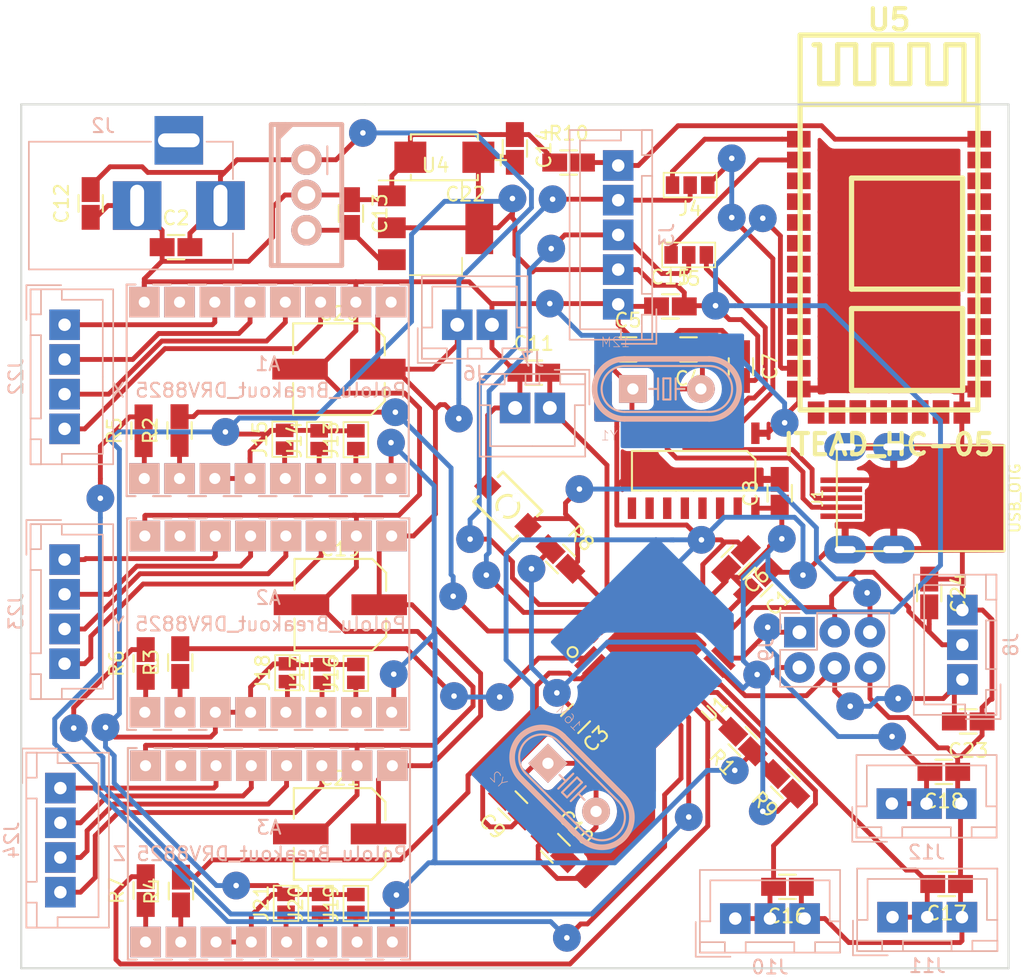
<source format=kicad_pcb>
(kicad_pcb (version 20221018) (generator pcbnew)
  (layers (0 "F.Cu" signal) (31 "B.Cu" signal) (34 "B.Paste" user) (35 "F.Paste" user) (36 "B.SilkS" user "B.Silkscreen") (37 "F.SilkS" user "F.Silkscreen") (38 "B.Mask" user) (39 "F.Mask" user) (44 "Edge.Cuts" user))
  (net 0 "")
  (net 1 "Net-(R3-Pad2)")
  (net 2 "Net-(R4-Pad2)")
  (net 3 "Net-(U1-Pad3)")
  (net 4 "+3V3")
  (net 5 "GND")
  (net 6 "Net-(U1-Pad6)")
  (net 7 "Net-(C9-Pad2)")
  (net 8 "Net-(C10-Pad2)")
  (net 9 "Net-(R5-Pad2)")
  (net 10 "Net-(R6-Pad2)")
  (net 11 "Net-(R7-Pad2)")
  (net 12 "Net-(R1-Pad2)")
  (net 13 "XEND")
  (net 14 "YEND")
  (net 15 "MOSI")
  (net 16 "MISO")
  (net 17 "SCK")
  (net 18 "Net-(U1-Pad19)")
  (net 19 "Net-(U1-Pad22)")
  (net 20 "Net-(U1-Pad23)")
  (net 21 "Net-(U1-Pad24)")
  (net 22 "Net-(U1-Pad25)")
  (net 23 "Net-(U1-Pad26)")
  (net 24 "Net-(U1-Pad27)")
  (net 25 "PROBE")
  (net 26 "RST")
  (net 27 "RX")
  (net 28 "TX")
  (net 29 "Net-(R2-Pad2)")
  (net 30 "Net-(U5-Pad11)")
  (net 31 "Net-(U5-Pad10)")
  (net 32 "Net-(U5-Pad9)")
  (net 33 "Net-(U5-Pad8)")
  (net 34 "Net-(U5-Pad7)")
  (net 35 "Net-(U5-Pad6)")
  (net 36 "Net-(U5-Pad5)")
  (net 37 "Net-(U5-Pad4)")
  (net 38 "Net-(U5-Pad3)")
  (net 39 "BT_IN")
  (net 40 "BT_OUT")
  (net 41 "Net-(U5-Pad15)")
  (net 42 "Net-(U5-Pad16)")
  (net 43 "Net-(U5-Pad17)")
  (net 44 "Net-(U5-Pad18)")
  (net 45 "Net-(U5-Pad19)")
  (net 46 "Net-(U5-Pad20)")
  (net 47 "Net-(U5-Pad23)")
  (net 48 "Net-(U5-Pad24)")
  (net 49 "Net-(U5-Pad25)")
  (net 50 "Net-(U5-Pad26)")
  (net 51 "Net-(U5-Pad27)")
  (net 52 "Net-(U5-Pad28)")
  (net 53 "Net-(U5-Pad29)")
  (net 54 "Net-(U5-Pad30)")
  (net 55 "Net-(U5-Pad31)")
  (net 56 "Net-(U5-Pad32)")
  (net 57 "Net-(U5-Pad33)")
  (net 58 "BT_KEY")
  (net 59 "+24V")
  (net 60 "Net-(C4-Pad1)")
  (net 61 "Net-(C5-Pad1)")
  (net 62 "Net-(C13-Pad2)")
  (net 63 "Net-(J1-Pad4)")
  (net 64 "Net-(J1-Pad3)")
  (net 65 "Net-(J1-Pad2)")
  (net 66 "Net-(J1-Pad1)")
  (net 67 "Net-(A3-Pad6)")
  (net 68 "Net-(A3-Pad5)")
  (net 69 "Net-(A3-Pad4)")
  (net 70 "Net-(A3-Pad3)")
  (net 71 "Net-(A2-Pad3)")
  (net 72 "Net-(A2-Pad4)")
  (net 73 "Net-(A2-Pad5)")
  (net 74 "Net-(A2-Pad6)")
  (net 75 "Net-(A1-Pad6)")
  (net 76 "Net-(A1-Pad5)")
  (net 77 "Net-(A1-Pad4)")
  (net 78 "Net-(A1-Pad3)")
  (net 79 "ZSTEP")
  (net 80 "YSTEP")
  (net 81 "XSTEP")
  (net 82 "~{ENABLE_STEPPER}")
  (net 83 "XDIR")
  (net 84 "ZDIR")
  (net 85 "YDIR")
  (net 86 "USB_OUT")
  (net 87 "USB_IN")
  (net 88 "Net-(U2-Pad9)")
  (net 89 "Net-(U2-Pad10)")
  (net 90 "Net-(U2-Pad11)")
  (net 91 "Net-(U2-Pad12)")
  (net 92 "Net-(U2-Pad13)")
  (net 93 "Net-(U2-Pad14)")
  (net 94 "Net-(U2-Pad15)")
  (net 95 "Net-(A3-Pad12)")
  (net 96 "Net-(A3-Pad11)")
  (net 97 "Net-(A3-Pad10)")
  (net 98 "Net-(A2-Pad12)")
  (net 99 "Net-(A2-Pad11)")
  (net 100 "Net-(A2-Pad10)")
  (net 101 "Net-(A1-Pad12)")
  (net 102 "Net-(A1-Pad11)")
  (net 103 "Net-(A1-Pad10)")
  (net 104 "Net-(J2-Pad3)")
  (net 105 "Net-(A3-Pad2)")
  (net 106 "Net-(A2-Pad2)")
  (net 107 "Net-(A1-Pad2)")
  (footprint "coddingtonbear:0805_Milling" (layer "F.Cu") (at 202.2 117.475 180)
    (fp_text reference "C23")
    (fp_text value "0.1u")
  )
  (footprint "coddingtonbear:0805_Milling" (layer "F.Cu") (at 199.39 108.22 -90)
    (fp_text reference "C24")
    (fp_text value "0.1u")
  )
  (footprint "sherifeid/RoboLib.pretty:TQFP32_ATMEGA328P" (layer "F.Cu") (at 179.6288 111.9378 45)
    (fp_text reference "U1")
    (fp_text value "ATMEGA328PB-AU")
  )
  (footprint "ohdsp/KiCad-Libs/MyKiCadLibs-Footprints.pretty:CAP-SMD-SIZE-D" (layer "F.Cu") (at 156.9212 125.5776 -90)
    (fp_text reference "C21")
    (fp_text value "100u" hide)
  )
  (footprint "ohdsp/KiCad-Libs/MyKiCadLibs-Footprints.pretty:CAP-SMD-SIZE-D" (layer "F.Cu") (at 156.8704 92.1004 -90)
    (fp_text reference "C20")
    (fp_text value "100u" hide)
  )
  (footprint "coddingtonbear:UJ2-MIBH-4-SMT" (layer "F.Cu") (at 192.7352 101.3968 90)
    (fp_text reference "J1")
    (fp_text value "USB_OTG")
  )
  (footprint "coddingtonbear:0805_Milling" (layer "F.Cu") (at 200.4408 121.1072 180)
    (fp_text reference "C18")
    (fp_text value "0.1u")
  )
  (footprint "coddingtonbear:0805_Milling" (layer "F.Cu") (at 170.9072 92.3544)
    (fp_text reference "C11")
    (fp_text value "0.1u")
  )
  (footprint "coddingtonbear:0805_Milling" (layer "F.Cu") (at 172.461907 126.614907 -45)
    (fp_text reference "C10")
    (fp_text value "22p")
  )
  (footprint "coddingtonbear:0805_Milling" (layer "F.Cu") (at 169.396693 123.549693 135)
    (fp_text reference "C9")
    (fp_text value "22p")
  )
  (footprint "coddingtonbear:0805_Milling" (layer "F.Cu") (at 188.6204 101.0412 90)
    (fp_text reference "C8")
    (fp_text value "0.1u")
  )
  (footprint "coddingtonbear:0805_Milling" (layer "F.Cu") (at 145.4912 129.6924 90)
    (fp_text reference "R4")
    (fp_text value "100")
  )
  (footprint "coddingtonbear:0805_Milling" (layer "F.Cu") (at 185.8264 91.9132 -90)
    (fp_text reference "C7")
    (fp_text value "0.1u")
  )
  (footprint "coddingtonbear:0805_Milling" (layer "F.Cu") (at 145.3896 96.52 90)
    (fp_text reference "R2")
    (fp_text value "100")
  )
  (footprint "coddingtonbear:0805_Milling" (layer "F.Cu") (at 200.644 129.1844 180)
    (fp_text reference "C17")
    (fp_text value "0.1u")
  )
  (footprint "coddingtonbear:0805_Milling" (layer "F.Cu") (at 189.1792 129.3876 180)
    (fp_text reference "C16")
    (fp_text value "0.1u")
  )
  (footprint "coddingtonbear:0805_Milling" (layer "F.Cu") (at 185.9788 118.9228 135)
    (fp_text reference "R1")
    (fp_text value "100")
  )
  (footprint "coddingtonbear:0805_Milling" (layer "F.Cu") (at 138.9888 80.1624 90)
    (fp_text reference "C12")
    (fp_text value "0.33u")
  )
  (footprint "coddingtonbear:0805_Milling" (layer "F.Cu") (at 157.734 80.8896 -90)
    (fp_text reference "C13")
    (fp_text value "0.33u")
  )
  (footprint "coddingtonbear:0805_Milling" (layer "F.Cu") (at 169.545 76.2 -90)
    (fp_text reference "C14")
    (fp_text value "0.1u")
  )
  (footprint "coddingtonbear:0805_Milling" (layer "F.Cu") (at 187.049693 107.437907 -135)
    (fp_text reference "C1")
    (fp_text value "0.1u")
  )
  (footprint "coddingtonbear:0805_Milling" (layer "F.Cu") (at 142.7988 96.536 90)
    (fp_text reference "R5")
    (fp_text value "100")
  )
  (footprint "coddingtonbear:0805_Milling" (layer "F.Cu") (at 145.1356 83.312)
    (fp_text reference "C2")
    (fp_text value "0.1u")
  )
  (footprint "coddingtonbear:0805_Milling" (layer "F.Cu") (at 173.9138 117.2718 -135)
    (fp_text reference "C3")
    (fp_text value "0.1u")
  )
  (footprint "coddingtonbear:0805_Milling" (layer "F.Cu") (at 173.4152 77.216)
    (fp_text reference "R10")
    (fp_text value "10k")
  )
  (footprint "coddingtonbear:0805_Milling" (layer "F.Cu") (at 189.0268 121.9708 135)
    (fp_text reference "R9")
    (fp_text value "10k")
  )
  (footprint "coddingtonbear:0805_Milling" (layer "F.Cu") (at 142.9512 129.6576 90)
    (fp_text reference "R7")
    (fp_text value "100")
  )
  (footprint "coddingtonbear:0805_Milling" (layer "F.Cu") (at 185.4708 105.8418 -135)
    (fp_text reference "C6")
    (fp_text value "0.1u")
  )
  (footprint "coddingtonbear:0805_Milling" (layer "F.Cu") (at 177.6984 90.678)
    (fp_text reference "C5")
    (fp_text value "22p")
  )
  (footprint "coddingtonbear:0805_Milling" (layer "F.Cu") (at 182.0512 90.678 180)
    (fp_text reference "C4")
    (fp_text value "22p")
  )
  (footprint "KiCad/TO_SOT_Packages_SMD.pretty:SOT-223-3Lead_TabPin2" (layer "F.Cu") (at 163.83 81.915)
    (fp_text reference "U4")
    (fp_text value "AP1117-15")
  )
  (footprint "KiCad/Connect.pretty:GS3" (layer "F.Cu") (at 182.0672 83.8708 90)
    (fp_text reference "J5")
    (fp_text value "TX")
  )
  (footprint "KiCad/Connect.pretty:GS3" (layer "F.Cu") (at 182.1688 78.8416 90)
    (fp_text reference "J4")
    (fp_text value "RX")
  )
  (footprint "KiCad/Connect.pretty:GS2" (layer "F.Cu") (at 153.0604 130.5764 180)
    (fp_text reference "J21")
    (fp_text value "GS2")
  )
  (footprint "KiCad/Connect.pretty:GS2" (layer "F.Cu") (at 155.5496 130.5764 180)
    (fp_text reference "J20")
    (fp_text value "GS2")
  )
  (footprint "KiCad/Connect.pretty:GS2" (layer "F.Cu") (at 158.0896 130.5864 180)
    (fp_text reference "J19")
    (fp_text value "GS2")
  )
  (footprint "KiCad/Connect.pretty:GS2" (layer "F.Cu") (at 155.448 97.1804 180)
    (fp_text reference "J14")
    (fp_text value "GS2")
  )
  (footprint "KiCad/Connect.pretty:GS2" (layer "F.Cu") (at 158.0896 97.1804 180)
    (fp_text reference "J13")
    (fp_text value "GS2")
  )
  (footprint "coddingtonbear:0805_Milling" (layer "F.Cu") (at 172.825693 105.769693 -45)
    (fp_text reference "R8")
    (fp_text value "10k")
  )
  (footprint "freetronics/freetronics_kicad_library/freetronics_footprints.pretty:SW_PUSHBUTTON_TINY_2PIN" (layer "F.Cu") (at 169.035387 101.979387 135)
    (fp_text reference "SW1")
    (fp_text value "SW_SPST" hide)
  )
  (footprint "KiCad/Connect.pretty:GS2" (layer "F.Cu") (at 152.9588 97.15 180)
    (fp_text reference "J15")
    (fp_text value "GS2")
  )
  (footprint "ohdsp/KiCad-Libs/MyKiCadLibs-Footprints.pretty:CAP-SMD-SIZE-D" (layer "F.Cu") (at 156.972 109.0676 -90)
    (fp_text reference "C19")
    (fp_text value "100u" hide)
  )
  (footprint "KiCad/Connect.pretty:GS2" (layer "F.Cu") (at 153.162 113.9648 180)
    (fp_text reference "J18")
    (fp_text value "GS2")
  )
  (footprint "KiCad/Connect.pretty:GS2" (layer "F.Cu") (at 155.6512 114.0256 180)
    (fp_text reference "J17")
    (fp_text value "GS2")
  )
  (footprint "coddingtonbear:0805_Milling" (layer "F.Cu") (at 145.4404 113.2332 90)
    (fp_text reference "R3")
    (fp_text value "100")
  )
  (footprint "coddingtonbear:0805_Milling" (layer "F.Cu") (at 142.9512 113.3 90)
    (fp_text reference "R6")
    (fp_text value "100")
  )
  (footprint "KiCad/Connect.pretty:GS2" (layer "F.Cu") (at 158.0896 114.0156 180)
    (fp_text reference "J16")
    (fp_text value "GS2")
  )
  (footprint "pelrun/libKiCad/footprint/w_rf_modules.pretty:ITEAD_HC-05" (layer "F.Cu") (at 196.4944 81.534)
    (fp_text reference "U5")
    (fp_text value "ITEAD_HC-05")
  )
  (footprint "adamgreig/agg-kicad/agg.pretty:SOIC-16" (layer "F.Cu") (at 182.4228 99.4156 -90)
    (fp_text reference "U2")
    (fp_text value "CH340G")
  )
  (footprint "coddingtonbear:0805_Milling" (layer "F.Cu") (at 180.7464 87.5792)
    (fp_text reference "C15")
    (fp_text value "0.1u")
  )
  (footprint "celeritous/KiCad.pretty:CAPACITOR_TANTALUM_C" (layer "F.Cu") (at 164.465 76.835 180)
    (fp_text reference "C22")
    (fp_text value "220u" hide)
  )
  (footprint "monostable/CommonPartsLibrary.pretty:XTAL_HC-49US-16.000MHZ" (layer "B.Cu") (at 173.6598 122.2248 -45)
    (fp_text reference "Y2")
    (fp_text value "16M")
  )
  (footprint "monostable/CommonPartsLibrary.pretty:XTAL_HC-49US-16.000MHZ" (layer "B.Cu") (at 180.4924 93.5228)
    (fp_text reference "Y1")
    (fp_text value "12M")
  )
  (footprint "cpavlina/kicad-pcblib/pth-semi.pretty:TO-220" (layer "B.Cu") (at 154.5336 79.5528 -90)
    (fp_text reference "U3")
    (fp_text value "L7805")
  )
  (footprint "coddingtonbear:JST_XH_B05B-XH-A_05x2.50mm_Straight_LargePads" (layer "B.Cu") (at 176.9872 87.4268 90)
    (fp_text reference "J3")
    (fp_text value "UART")
  )
  (footprint "coddingtonbear:JST_XH_B04B-XH-A_04x2.50mm_Straight_LargePads" (layer "B.Cu") (at 136.8044 122.2756 -90)
    (fp_text reference "J24")
    (fp_text value "Z_Stepper")
  )
  (footprint "coddingtonbear:JST_XH_B04B-XH-A_04x2.50mm_Straight_LargePads" (layer "B.Cu") (at 137.1092 88.9 -90)
    (fp_text reference "J22")
    (fp_text value "X_Stepper")
  )
  (footprint "coddingtonbear:JST_XH_B03B-XH-A_03x2.50mm_Straight_LargePads" (layer "B.Cu") (at 185.42 131.6736)
    (fp_text reference "J10")
    (fp_text value "X_End")
  )
  (footprint "coddingtonbear:JST_XH_B03B-XH-A_03x2.50mm_Straight_LargePads" (layer "B.Cu") (at 196.7484 131.572)
    (fp_text reference "J11")
    (fp_text value "Y_End")
  )
  (footprint "coddingtonbear:JST_XH_B03B-XH-A_03x2.50mm_Straight_LargePads" (layer "B.Cu") (at 196.6976 123.3932)
    (fp_text reference "J12")
    (fp_text value "Z_End")
  )
  (footprint "coddingtonbear:JST_XH_B03B-XH-A_03x2.50mm_Straight_LargePads" (layer "B.Cu") (at 201.7776 114.4524 90)
    (fp_text reference "J8")
    (fp_text value "Spindle")
  )
  (footprint "coddingtonbear:JST_XH_B02B-XH-A_02x2.50mm_Straight_LargePads" (layer "B.Cu") (at 172.0596 94.8944 180)
    (fp_text reference "J7")
    (fp_text value "Probe")
  )
  (footprint "coddingtonbear:JST_XH_B02B-XH-A_02x2.50mm_Straight_LargePads" (layer "B.Cu") (at 165.394 88.9)
    (fp_text reference "J6")
    (fp_text value "24V_Out")
  )
  (footprint "KiCad/Pin_Headers.pretty:Pin_Header_Straight_2x03_Pitch2.54mm" (layer "B.Cu") (at 190.0428 111.0488 -90)
    (fp_text reference "J9")
    (fp_text value "ICSP")
  )
  (footprint "KiCad/Connect.pretty:BARREL_JACK" (layer "B.Cu") (at 148.336 80.3148)
    (fp_text reference "J2")
    (fp_text value "Barrel_Jack")
  )
  (footprint "coddingtonbear:Pololu_Stepper_Breakout" (layer "B.Cu") (at 151.7396 93.6244 -90)
    (fp_text reference "A1")
    (fp_text value "Pololu_Breakout_DRV8825 X")
  )
  (footprint "coddingtonbear:Pololu_Stepper_Breakout" (layer "B.Cu") (at 151.7777 110.4646 -90)
    (fp_text reference "A2")
    (fp_text value "Pololu_Breakout_DRV8825 Y")
  )
  (footprint "coddingtonbear:Pololu_Stepper_Breakout" (layer "B.Cu") (at 151.8285 127.0127 -90)
    (fp_text reference "A3")
    (fp_text value "Pololu_Breakout_DRV8825 Z")
  )
  (footprint "coddingtonbear:JST_XH_B04B-XH-A_04x2.50mm_Straight_LargePads" (layer "B.Cu") (at 137.1092 105.8164 -90)
    (fp_text reference "J23")
    (fp_text value "Y_Stepper")
  )
  (gr_line (start 133.985 73.025) (end 158.75 73.025) (stroke (width 0.15)) (layer "Edge.Cuts"))
  (gr_line (start 133.985 135.255) (end 205.105 135.255) (stroke (width 0.15)) (layer "Edge.Cuts"))
  (gr_line (start 205.105 74.295) (end 205.105 135.255) (stroke (width 0.15)) (layer "Edge.Cuts"))
  (gr_line (start 205.105 73.025) (end 205.105 74.295) (stroke (width 0.15)) (layer "Edge.Cuts"))
  (gr_line (start 133.985 135.255) (end 133.985 73.025) (stroke (width 0.15)) (layer "Edge.Cuts"))
  (gr_line (start 158.75 73.025) (end 205.105 73.025) (stroke (width 0.15)) (layer "Edge.Cuts"))
  (segment (start 161.746186 112.2332) (end 164.160636 114.64765) (width 0.35) (layer "F.Cu") (net 1))
  (segment (start 171.254506 112.913607) (end 169.45138 114.716733) (width 0.35) (layer "F.Cu") (net 1))
  (segment (start 164.160636 114.64765) (end 165.160635 115.647649) (width 0.35) (layer "F.Cu") (net 1))
  (segment (start 174.693195 112.913607) (end 171.254506 112.913607) (width 0.35) (layer "F.Cu") (net 1))
  (segment (start 145.4404 112.2332) (end 161.746186 112.2332) (width 0.35) (layer "F.Cu") (net 1))
  (segment (start 169.45138 114.716733) (end 168.451381 115.716732) (width 0.35) (layer "F.Cu") (net 1))
  (via (at 165.160635 115.647649) (size 2) (drill 0.4) (layers "F.Cu" "B.Cu") (net 1))
  (via (at 168.451381 115.716732) (size 2) (drill 0.4) (layers "F.Cu" "B.Cu") (net 1))
  (segment (start 165.229718 115.716732) (end 165.160635 115.647649) (width 0.35) (layer "B.Cu") (net 1))
  (segment (start 168.451381 115.716732) (end 165.229718 115.716732) (width 0.35) (layer "B.Cu") (net 1))
  (segment (start 173.4312 113.9952) (end 173.8376 114.4016) (width 0.35) (layer "F.Cu") (net 2))
  (segment (start 166.1668 122.5804) (end 166.1668 121.3612) (width 0.35) (layer "F.Cu") (net 2))
  (segment (start 171.0944 116.4336) (end 171.0944 114.9096) (width 0.35) (layer "F.Cu") (net 2))
  (segment (start 146.4912 128.6924) (end 147.7362 127.4474) (width 0.35) (layer "F.Cu") (net 2))
  (segment (start 173.8376 114.4016) (end 174.336573 114.4016) (width 0.35) (layer "F.Cu") (net 2))
  (segment (start 174.481064 114.257109) (end 175.25888 113.479293) (width 0.35) (layer "F.Cu") (net 2))
  (segment (start 166.1668 121.3612) (end 171.0944 116.4336) (width 0.35) (layer "F.Cu") (net 2))
  (segment (start 174.336573 114.4016) (end 175.25888 113.479293) (width 0.35) (layer "F.Cu") (net 2))
  (segment (start 172.0088 113.9952) (end 173.4312 113.9952) (width 0.35) (layer "F.Cu") (net 2))
  (segment (start 147.7362 127.4474) (end 161.2998 127.4474) (width 0.35) (layer "F.Cu") (net 2))
  (segment (start 171.0944 114.9096) (end 172.0088 113.9952) (width 0.35) (layer "F.Cu") (net 2))
  (segment (start 161.2998 127.4474) (end 166.1668 122.5804) (width 0.35) (layer "F.Cu") (net 2))
  (segment (start 145.4912 128.6924) (end 146.4912 128.6924) (width 0.35) (layer "F.Cu") (net 2))
  (segment (start 188.79491 92.03436) (end 189.99454 92.03436) (width 0.35) (layer "F.Cu") (net 4))
  (segment (start 174.620907 116.380008) (end 176.390251 114.610664) (width 0.35) (layer "F.Cu") (net 4))
  (segment (start 147.9677 118.2646) (end 147.630301 118.601999) (width 0.35) (layer "F.Cu") (net 4))
  (segment (start 185.861199 88.528399) (end 184.997599 88.528399) (width 0.35) (layer "F.Cu") (net 4))
  (segment (start 188.459814 123.952) (end 187.4012 123.952) (width 0.35) (layer "F.Cu") (net 4))
  (segment (start 185.8264 92.9132) (end 186.8264 92.9132) (width 0.35) (layer "F.Cu") (net 4))
  (segment (start 152.9588 96.51) (end 151.9738 96.51) (width 0.35) (layer "F.Cu") (net 4))
  (segment (start 183.0578 96.7156) (end 183.0578 96.2406) (width 0.35) (layer "F.Cu") (net 4))
  (segment (start 166.98 81.3164) (end 166.98 80.4164) (width 0.35) (layer "F.Cu") (net 4))
  (segment (start 186.8678 102.1156) (end 188.546 102.1156) (width 0.35) (layer "F.Cu") (net 4))
  (segment (start 181.7972 87.5284) (end 181.7464 87.5792) (width 0.35) (layer "F.Cu") (net 4))
  (segment (start 151.9738 96.51) (end 151.7098 96.774) (width 0.35) (layer "F.Cu") (net 4))
  (segment (start 158.0896 129.9464) (end 155.5596 129.9464) (width 0.35) (layer "F.Cu") (net 4))
  (segment (start 185.8264 93.472) (end 185.8264 92.9132) (width 0.35) (layer "F.Cu") (net 4))
  (segment (start 188.6712 82.4992) (end 188.6712 91.91065) (width 0.35) (layer "F.Cu") (net 4))
  (segment (start 162.03 81.915) (end 166.98 81.915) (width 0.35) (layer "F.Cu") (net 4))
  (segment (start 185.294022 107.079236) (end 184.763693 106.548907) (width 0.35) (layer "F.Cu") (net 4))
  (segment (start 187.036167 89.703367) (end 185.861199 88.528399) (width 0.35) (layer "F.Cu") (net 4))
  (segment (start 150.5077 114.9941) (end 152.177 113.3248) (width 0.35) (layer "F.Cu") (net 4))
  (segment (start 187.036167 92.703433) (end 187.036167 89.703367) (width 0.35) (layer "F.Cu") (net 4))
  (segment (start 181.7464 86.5792) (end 181.7464 87.5792) (width 0.35) (layer "F.Cu") (net 4))
  (segment (start 169.18 76.835) (end 169.545 77.2) (width 0.35) (layer "F.Cu") (net 4))
  (segment (start 153.0604 129.9364) (end 152.0754 129.9364) (width 0.35) (layer "F.Cu") (net 4))
  (segment (start 155.6612 113.3756) (end 155.6512 113.3856) (width 0.35) (layer "F.Cu") (net 4))
  (segment (start 148.844 96.774) (end 148.6916 96.6216) (width 0.35) (layer "F.Cu") (net 4))
  (segment (start 155.6512 113.3856) (end 153.2228 113.3856) (width 0.35) (layer "F.Cu") (net 4))
  (segment (start 182.867349 109.264936) (end 184.763693 107.368592) (width 0.35) (layer "F.Cu") (net 4))
  (segment (start 190.0428 113.5888) (end 188.487166 113.5888) (width 0.35) (layer "F.Cu") (net 4))
  (segment (start 184.763693 106.566121) (end 186.342586 108.145014) (width 0.35) (layer "F.Cu") (net 4))
  (segment (start 179.5656 86.0552) (end 181.2224 86.0552) (width 0.35) (layer "F.Cu") (net 4))
  (segment (start 183.99872 110.396307) (end 184.091293 110.396307) (width 0.35) (layer "F.Cu") (net 4))
  (segment (start 178.4372 84.9268) (end 179.5656 86.0552) (width 0.35) (layer "F.Cu") (net 4))
  (segment (start 150.4696 98.0142) (end 150.4696 98.5244) (width 0.35) (layer "F.Cu") (net 4))
  (segment (start 184.763693 107.368592) (end 184.763693 106.548907) (width 0.35) (layer "F.Cu") (net 4))
  (segment (start 187.879995 105.013137) (end 185.813896 107.079236) (width 0.35) (layer "F.Cu") (net 4))
  (segment (start 151.7098 96.774) (end 148.844 96.774) (width 0.35) (layer "F.Cu") (net 4))
  (segment (start 167.0144 80.382) (end 166.98 80.4164) (width 0.35) (layer "F.Cu") (net 4))
  (segment (start 147.630301 118.601999) (end 140.750799 118.601999) (width 0.35) (layer "F.Cu") (net 4))
  (segment (start 169.545 83.82) (end 170.815 85.09) (width 0.35) (layer "F.Cu") (net 4))
  (segment (start 184.091293 110.396307) (end 186.342586 108.145014) (width 0.35) (layer "F.Cu") (net 4))
  (segment (start 150.5585 133.3627) (end 148.0185 133.3627) (width 0.35) (layer "F.Cu") (net 4))
  (segment (start 155.4176 96.51) (end 155.448 96.5404) (width 0.35) (layer "F.Cu") (net 4))
  (segment (start 183.9976 87.5284) (end 181.7972 87.5284) (width 0.35) (layer "F.Cu") (net 4))
  (segment (start 140.750799 118.601999) (end 140.0556 117.9068) (width 0.35) (layer "F.Cu") (net 4))
  (segment (start 169.3672 79.8068) (end 169.3672 81.221013) (width 0.35) (layer "F.Cu") (net 4))
  (segment (start 150.5585 131.4533) (end 150.5585 131.9127) (width 0.35) (layer "F.Cu") (net 4))
  (segment (start 172.118586 105.097014) (end 170.7388 106.4768) (width 0.35) (layer "F.Cu") (net 4))
  (segment (start 147.9677 116.8146) (end 150.5077 116.8146) (width 0.35) (layer "F.Cu") (net 4))
  (segment (start 169.545 81.398813) (end 169.545 83.82) (width 0.35) (layer "F.Cu") (net 4))
  (segment (start 166.915 76.835) (end 169.18 76.835) (width 0.35) (layer "F.Cu") (net 4))
  (segment (start 188.546 102.1156) (end 188.6204 102.0412) (width 0.35) (layer "F.Cu") (net 4))
  (segment (start 188.7728 104.3178) (end 188.437314 104.3178) (width 0.35) (layer "F.Cu") (net 4))
  (segment (start 166.915 81.85) (end 166.98 81.915) (width 0.35) (layer "F.Cu") (net 4))
  (segment (start 184.997599 88.528399) (end 183.9976 87.5284) (width 0.35) (layer "F.Cu") (net 4))
  (segment (start 173.714693 116.564693) (end 172.5676 115.4176) (width 0.35) (layer "F.Cu") (net 4))
  (segment (start 183.0578 96.2406) (end 185.8264 93.472) (width 0.35) (layer "F.Cu") (net 4))
  (segment (start 169.3672 81.221013) (end 169.545 81.398813) (width 0.35) (layer "F.Cu") (net 4))
  (segment (start 172.118586 105.062586) (end 172.118586 105.097014) (width 0.35) (layer "F.Cu") (net 4))
  (segment (start 158.0896 113.3756) (end 155.6612 113.3756) (width 0.35) (layer "F.Cu") (net 4))
  (segment (start 160.68 81.915) (end 162.03 81.915) (width 0.35) (layer "F.Cu") (net 4))
  (segment (start 151.7098 96.774) (end 150.4696 98.0142) (width 0.35) (layer "F.Cu") (net 4))
  (segment (start 188.7728 104.3178) (end 188.7728 102.1936) (width 0.35) (layer "F.Cu") (net 4))
  (segment (start 152.421118 129.297118) (end 153.0604 129.9364) (width 0.35) (layer "F.Cu") (net 4))
  (segment (start 152.0754 129.9364) (end 150.5585 131.4533) (width 0.35) (layer "F.Cu") (net 4))
  (segment (start 188.106166 113.9698) (end 187.1218 113.9698) (width 0.35) (layer "F.Cu") (net 4))
  (segment (start 176.9872 84.9268) (end 178.4372 84.9268) (width 0.35) (layer "F.Cu") (net 4))
  (segment (start 170.815 85.09) (end 170.9782 84.9268) (width 0.35) (layer "F.Cu") (net 4))
  (segment (start 155.5496 129.9364) (end 153.0604 129.9364) (width 0.35) (layer "F.Cu") (net 4))
  (segment (start 187.4012 81.2292) (end 188.6712 82.4992) (width 0.35) (layer "F.Cu") (net 4))
  (segment (start 187.1218 113.9698) (end 186.9948 114.0968) (width 0.35) (layer "F.Cu") (net 4))
  (segment (start 181.2224 86.0552) (end 181.7464 86.5792) (width 0.35) (layer "F.Cu") (net 4))
  (segment (start 150.5077 116.8146) (end 150.5077 114.9941) (width 0.35) (layer "F.Cu") (net 4))
  (segment (start 188.6712 91.91065) (end 188.79491 92.03436) (width 0.35) (layer "F.Cu") (net 4))
  (segment (start 188.487166 113.5888) (end 188.106166 113.9698) (width 0.35) (layer "F.Cu") (net 4))
  (segment (start 187.879995 104.875119) (end 187.879995 105.013137) (width 0.35) (layer "F.Cu") (net 4))
  (segment (start 166.98 81.915) (end 168.33 81.915) (width 0.35) (layer "F.Cu") (net 4))
  (segment (start 170.9782 84.9268) (end 176.9872 84.9268) (width 0.35) (layer "F.Cu") (net 4))
  (segment (start 153.2228 113.3856) (end 153.162 113.3248) (width 0.35) (layer "F.Cu") (net 4))
  (segment (start 155.5596 129.9464) (end 155.5496 129.9364) (width 0.35) (layer "F.Cu") (net 4))
  (segment (start 150.4696 98.5244) (end 150.4696 99.9744) (width 0.35) (layer "F.Cu") (net 4))
  (segment (start 186.8264 92.9132) (end 187.036167 92.703433) (width 0.35) (layer "F.Cu") (net 4))
  (segment (start 152.9588 96.51) (end 155.4176 96.51) (width 0.35) (layer "F.Cu") (net 4))
  (segment (start 184.763693 106.548907) (end 184.763693 106.566121) (width 0.35) (layer "F.Cu") (net 4))
  (segment (start 147.9677 116.8146) (end 147.9677 118.2646) (width 0.35) (layer "F.Cu") (net 4))
  (segment (start 168.33 81.915) (end 169.3672 80.8778) (width 0.35) (layer "F.Cu") (net 4))
  (segment (start 152.177 113.3248) (end 153.162 113.3248) (width 0.35) (layer "F.Cu") (net 4))
  (segment (start 150.5585 131.9127) (end 150.5585 133.3627) (width 0.35) (layer "F.Cu") (net 4))
  (segment (start 189.733907 122.677907) (end 188.459814 123.952) (width 0.35) (layer "F.Cu") (net 4))
  (segment (start 188.7728 102.1936) (end 188.6204 102.0412) (width 0.35) (layer "F.Cu") (net 4))
  (segment (start 185.813896 107.079236) (end 185.294022 107.079236) (width 0.35) (layer "F.Cu") (net 4))
  (segment (start 158.0896 96.5404) (end 155.448 96.5404) (width 0.35) (layer "F.Cu") (net 4))
  (segment (start 169.3672 80.8778) (end 169.3672 79.8068) (width 0.35) (layer "F.Cu") (net 4))
  (segment (start 188.437314 104.3178) (end 187.879995 104.875119) (width 0.35) (layer "F.Cu") (net 4))
  (segment (start 167.116 80.2804) (end 166.98 80.4164) (width 0.35) (layer "F.Cu") (net 4))
  (segment (start 149.465904 129.297118) (end 152.421118 129.297118) (width 0.35) (layer "F.Cu") (net 4))
  (segment (start 174.620907 116.564693) (end 174.620907 116.380008) (width 0.35) (layer "F.Cu") (net 4))
  (segment (start 166.915 76.835) (end 166.915 81.85) (width 0.35) (layer "F.Cu") (net 4))
  (segment (start 147.9296 99.9744) (end 150.4696 99.9744) (width 0.35) (layer "F.Cu") (net 4))
  (segment (start 174.620907 116.564693) (end 173.714693 116.564693) (width 0.35) (layer "F.Cu") (net 4))
  (via (at 187.4012 81.2292) (size 2) (drill 0.4) (layers "F.Cu" "B.Cu") (net 4))
  (via (at 140.0556 117.9068) (size 2) (drill 0.4) (layers "F.Cu" "B.Cu") (net 4))
  (via (at 188.7728 104.3178) (size 2) (drill 0.4) (layers "F.Cu" "B.Cu") (net 4))
  (via (at 169.3672 79.8068) (size 2) (drill 0.4) (layers "F.Cu" "B.Cu") (net 4))
  (via (at 187.4012 123.952) (size 2) (drill 0.4) (layers "F.Cu" "B.Cu") (net 4))
  (via (at 149.465904 129.297118) (size 2) (drill 0.4) (layers "F.Cu" "B.Cu") (net 4))
  (via (at 172.5676 115.4176) (size 2) (drill 0.4) (layers "F.Cu" "B.Cu") (net 4))
  (via (at 183.9976 87.5284) (size 2) (drill 0.4) (layers "F.Cu" "B.Cu") (net 4))
  (via (at 170.7388 106.4768) (size 2) (drill 0.4) (layers "F.Cu" "B.Cu") (net 4))
  (via (at 148.6916 96.6216) (size 2) (drill 0.4) (layers "F.Cu" "B.Cu") (net 4))
  (via (at 186.9948 114.0968) (size 2) (drill 0.4) (layers "F.Cu" "B.Cu") (net 4))
  (segment (start 170.7388 106.4768) (end 170.7388 113.5888) (width 0.35) (layer "B.Cu") (net 4))
  (segment (start 170.7388 113.5888) (end 172.5676 115.4176) (width 0.35) (layer "B.Cu") (net 4))
  (segment (start 186.9948 114.0968) (end 185.994801 113.096801) (width 0.35) (layer "B.Cu") (net 4))
  (segment (start 140.684156 119.949569) (end 140.0556 119.321013) (width 0.35) (layer "B.Cu") (net 4))
  (segment (start 141.055599 116.906801) (end 140.0556 117.9068) (width 0.35) (layer "B.Cu") (net 4))
  (segment (start 148.051691 129.297118) (end 140.684156 121.929583) (width 0.35) (layer "B.Cu") (net 4))
  (segment (start 185.994801 115.096799) (end 186.9948 114.0968) (width 0.35) (layer "B.Cu") (net 4))
  (segment (start 149.465904 129.297118) (end 148.051691 129.297118) (width 0.35) (layer "B.Cu") (net 4))
  (segment (start 188.7728 104.3178) (end 187.772801 105.317799) (width 0.35) (layer "B.Cu") (net 4))
  (segment (start 185.994801 113.096801) (end 185.994801 107.095799) (width 0.35) (layer "B.Cu") (net 4))
  (segment (start 149.691599 95.621601) (end 155.148401 95.621601) (width 0.35) (layer "B.Cu") (net 4))
  (segment (start 164.484002 80.01) (end 169.164 80.01) (width 0.35) (layer "B.Cu") (net 4))
  (segment (start 182.658002 111.76) (end 185.994801 115.096799) (width 0.35) (layer "B.Cu") (net 4))
  (segment (start 162.099601 82.394401) (end 164.484002 80.01) (width 0.35) (layer "B.Cu") (net 4))
  (segment (start 169.164 80.01) (end 169.3672 79.8068) (width 0.35) (layer "B.Cu") (net 4))
  (segment (start 140.0556 119.321013) (end 140.0556 117.9068) (width 0.35) (layer "B.Cu") (net 4))
  (segment (start 187.772801 105.317799) (end 187.772801 106.797601) (width 0.35) (layer "B.Cu") (net 4))
  (segment (start 191.9224 87.5284) (end 185.411813 87.5284) (width 0.35) (layer "B.Cu") (net 4))
  (segment (start 200.2028 95.8088) (end 191.9224 87.5284) (width 0.35) (layer "B.Cu") (net 4))
  (segment (start 140.684156 121.929583) (end 140.684156 119.949569) (width 0.35) (layer "B.Cu") (net 4))
  (segment (start 190.553901 109.578701) (end 196.846899 109.578701) (width 0.35) (layer "B.Cu") (net 4))
  (segment (start 183.9976 84.6328) (end 187.4012 81.2292) (width 0.35) (layer "B.Cu") (net 4))
  (segment (start 148.6916 96.6216) (end 149.691599 95.621601) (width 0.35) (layer "B.Cu") (net 4))
  (segment (start 141.055599 97.875599) (end 141.055599 116.906801) (width 0.35) (layer "B.Cu") (net 4))
  (segment (start 185.994801 107.095799) (end 187.772801 105.317799) (width 0.35) (layer "B.Cu") (net 4))
  (segment (start 183.9976 87.5284) (end 183.9976 84.6328) (width 0.35) (layer "B.Cu") (net 4))
  (segment (start 187.772801 106.797601) (end 190.553901 109.578701) (width 0.35) (layer "B.Cu") (net 4))
  (segment (start 140.4112 97.2312) (end 141.055599 97.875599) (width 0.35) (layer "B.Cu") (net 4))
  (segment (start 176.2252 111.76) (end 182.658002 111.76) (width 0.35) (layer "B.Cu") (net 4))
  (segment (start 200.2028 106.2228) (end 200.2028 95.8088) (width 0.35) (layer "B.Cu") (net 4))
  (segment (start 162.099601 88.670401) (end 162.099601 82.394401) (width 0.35) (layer "B.Cu") (net 4))
  (segment (start 185.411813 87.5284) (end 183.9976 87.5284) (width 0.35) (layer "B.Cu") (net 4))
  (segment (start 187.4012 114.5032) (end 186.9948 114.0968) (width 0.35) (layer "B.Cu") (net 4))
  (segment (start 148.6916 96.6216) (end 141.0208 96.6216) (width 0.35) (layer "B.Cu") (net 4))
  (segment (start 196.846899 109.578701) (end 200.2028 106.2228) (width 0.35) (layer "B.Cu") (net 4))
  (segment (start 155.148401 95.621601) (end 162.099601 88.670401) (width 0.35) (layer "B.Cu") (net 4))
  (segment (start 172.5676 115.4176) (end 176.2252 111.76) (width 0.35) (layer "B.Cu") (net 4))
  (segment (start 141.0208 96.6216) (end 140.4112 97.2312) (width 0.35) (layer "B.Cu") (net 4))
  (segment (start 187.4012 123.952) (end 187.4012 114.5032) (width 0.35) (layer "B.Cu") (net 4))
  (segment (start 201.4408 123.1364) (end 201.6976 123.3932) (width 0.35) (layer "F.Cu") (net 5))
  (segment (start 166.530637 116.366145) (end 163.704083 119.192699) (width 0.35) (layer "F.Cu") (net 5))
  (segment (start 189.02374 95.4532) (end 189.02374 95.91346) (width 0.35) (layer "F.Cu") (net 5))
  (segment (start 139.3884 81.1624) (end 138.9888 81.1624) (width 0.35) (layer "F.Cu") (net 5))
  (segment (start 203.2 117.475) (end 203.2 118.475) (width 0.35) (layer "F.Cu") (net 5))
  (segment (start 158.0896 88.7244) (end 158.0896 87.2744) (width 0.35) (layer "F.Cu") (net 5))
  (segment (start 142.8877 102.6646) (end 142.926096 102.626204) (width 0.35) (layer "F.Cu") (net 5))
  (segment (start 176.9872 87.4268) (end 176.9872 88.8768) (width 0.35) (layer "F.Cu") (net 5))
  (segment (start 171.7548 125.9078) (end 170.1038 124.2568) (width 0.35) (layer "F.Cu") (net 5))
  (segment (start 150.363999 84.332001) (end 152.0952 82.6008) (width 0.35) (layer "F.Cu") (net 5))
  (segment (start 158.0896 89.3312) (end 158.0896 88.7244) (width 0.35) (layer "F.Cu") (net 5))
  (segment (start 203.2 116.475) (end 203.794234 115.880766) (width 0.35) (layer "F.Cu") (net 5))
  (segment (start 157.049198 93.829198) (end 161.592002 93.829198) (width 0.35) (layer "F.Cu") (net 5))
  (segment (start 166.248399 85.804399) (end 167.894 87.45) (width 0.35) (layer "F.Cu") (net 5))
  (segment (start 167.227096 122.129704) (end 167.227096 124.555096) (width 0.35) (layer "F.Cu") (net 5))
  (segment (start 199.39 107.22) (end 201.6826 107.22) (width 0.35) (layer "F.Cu") (net 5))
  (segment (start 181.523848 109.477067) (end 181.523848 110.608437) (width 0.35) (layer "F.Cu") (net 5))
  (segment (start 167.585974 100.529974) (end 167.585974 95.418026) (width 0.35) (layer "F.Cu") (net 5))
  (segment (start 189.99454 94.4824) (end 189.99454 93.53296) (width 0.35) (layer "F.Cu") (net 5))
  (segment (start 178.7884 90.678) (end 179.8062 90.678) (width 0.35) (layer "F.Cu") (net 5))
  (segment (start 176.8856 96.2406) (end 176.8856 95.6056) (width 0.35) (layer "F.Cu") (net 5))
  (segment (start 144.155601 84.332001) (end 150.363999 84.332001) (width 0.35) (layer "F.Cu") (net 5))
  (segment (start 189.02374 95.91346) (end 188.976 95.9612) (width 0.35) (layer "F.Cu") (net 5))
  (segment (start 179.8062 90.678) (end 181.0512 90.678) (width 0.35) (layer "F.Cu") (net 5))
  (segment (start 152.0952 82.6008) (end 152.0952 80.435566) (width 0.35) (layer "F.Cu") (net 5))
  (segment (start 172.0596 87.376) (end 167.968 87.376) (width 0.35) (layer "F.Cu") (net 5))
  (segment (start 162.677826 101.132139) (end 161.183761 102.626204) (width 0.35) (layer "F.Cu") (net 5))
  (segment (start 142.958501 119.192699) (end 158.158499 119.192699) (width 0.35) (layer "F.Cu") (net 5))
  (segment (start 155.3204 92.1004) (end 157.049198 93.829198) (width 0.35) (layer "F.Cu") (net 5))
  (segment (start 173.737022 118.509236) (end 173.206693 117.978907) (width 0.35) (layer "F.Cu") (net 5))
  (segment (start 172.4152 77.0702) (end 172.4152 77.216) (width 0.35) (layer "F.Cu") (net 5))
  (segment (start 161.183761 102.626204) (end 157.8864 102.626204) (width 0.35) (layer "F.Cu") (net 5))
  (segment (start 167.894 90.5862) (end 169.6622 92.3544) (width 0.35) (layer "F.Cu") (net 5))
  (segment (start 201.644 131.4676) (end 201.7484 131.572) (width 0.35) (layer "F.Cu") (net 5))
  (segment (start 203.2 118.475) (end 201.7136 119.9614) (width 0.35) (layer "F.Cu") (net 5))
  (segment (start 168.545 75.2) (end 169.545 75.2) (width 0.35) (layer "F.Cu") (net 5))
  (segment (start 181.9148 103.3272) (end 182.9816 104.394) (width 0.35) (layer "F.Cu") (net 5))
  (segment (start 162.677826 94.915022) (end 162.677826 101.132139) (width 0.35) (layer "F.Cu") (net 5))
  (segment (start 201.644 129.1844) (end 201.644 131.4676) (width 0.35) (layer "F.Cu") (net 5))
  (segment (start 169.9072 92.3544) (end 169.9072 94.5468) (width 0.35) (layer "F.Cu") (net 5))
  (segment (start 168.1096 94.8944) (end 169.5596 94.8944) (width 0.35) (layer "F.Cu") (net 5))
  (segment (start 203.2276 109.4524) (end 203.9112 110.136) (width 0.35) (layer "F.Cu") (net 5))
  (segment (start 142.8496 85.8244) (end 142.869601 85.804399) (width 0.35) (layer "F.Cu") (net 5))
  (segment (start 157.346619 110.992219) (end 162.532809 110.992219) (width 0.35) (layer "F.Cu") (net 5))
  (segment (start 201.644 129.1844) (end 201.644 123.4468) (width 0.35) (layer "F.Cu") (net 5))
  (segment (start 196.8352 97.6968) (end 198.6852 97.6968) (width 0.35) (layer "F.Cu") (net 5))
  (segment (start 188.6204 100.0412) (end 177.3776 100.0412) (width 0.35) (layer "F.Cu") (net 5))
  (segment (start 183.07948 107.921435) (end 183.07948 106.17572) (width 0.35) (layer "F.Cu") (net 5))
  (segment (start 174.110496 128.784504) (end 174.625 128.27) (width 0.35) (layer "F.Cu") (net 5))
  (segment (start 184.4646 89.3064) (end 185.8264 90.6682) (width 0.35) (layer "F.Cu") (net 5))
  (segment (start 154.172 109.0676) (end 155.422 109.0676) (width 0.35) (layer "F.Cu") (net 5))
  (segment (start 201.7776 109.4524) (end 203.2276 109.4524) (width 0.35) (layer "F.Cu") (net 5))
  (segment (start 184.395813 104.394) (end 184.548213 104.5464) (width 0.35) (layer "F.Cu") (net 5))
  (segment (start 144.1356 83.312) (end 144.1356 82.1144) (width 0.35) (layer "F.Cu") (net 5))
  (segment (start 152.0952 80.435566) (end 152.977966 79.5528) (width 0.35) (layer "F.Cu") (net 5))
  (segment (start 172.0596 87.376) (end 176.9364 87.376) (width 0.35) (layer "F.Cu") (net 5))
  (segment (start 154.1212 125.5776) (end 155.3712 125.5776) (width 0.35) (layer "F.Cu") (net 5))
  (segment (start 177.733752 114.398533) (end 176.955936 115.176349) (width 0.35) (layer "F.Cu") (net 5))
  (segment (start 201.7395 98.6409) (end 201.7395 95.23222) (width 0.35) (layer "F.Cu") (net 5))
  (segment (start 158.158499 119.192699) (end 158.1785 119.2127) (width 0.35) (layer "F.Cu") (net 5))
  (segment (start 160.68 79.615) (end 160.68 78.17) (width 0.35) (layer "F.Cu") (net 5))
  (segment (start 171.224471 127.409471) (end 172.599504 128.784504) (width 0.35) (layer "F.Cu") (net 5))
  (segment (start 189.99454 93.53296) (end 201.676 93.53296) (width 0.35) (layer "F.Cu") (net 5))
  (segment (start 158.198501 119.192699) (end 158.1785 119.2127) (width 0.35) (layer "F.Cu") (net 5))
  (segment (start 171.7548 125.9078) (end 171.224471 126.438129) (width 0.35) (layer "F.Cu") (net 5))
  (segment (start 200.7136 119.38) (end 201.295 119.9614) (width 0.35) (layer "F.Cu") (net 5))
  (segment (start 166.530637 114.990047) (end 166.530637 116.366145) (width 0.35) (layer "F.Cu") (net 5))
  (segment (start 198.6852 97.6968) (end 200.8632 99.8748) (width 0.35) (layer "F.Cu") (net 5))
  (segment (start 190.2968 106.934) (end 192.134 105.0968) (width 0.35) (layer "F.Cu") (net 5))
  (segment (start 163.704083 119.192699) (end 158.198501 119.192699) (width 0.35) (layer "F.Cu") (net 5))
  (segment (start 176.8856 95.6056) (end 175.895 94.615) (width 0.35) (layer "F.Cu") (net 5))
  (segment (start 158.1277 102.6646) (end 158.1277 104.1146) (width 0.35) (layer "F.Cu") (net 5))
  (segment (start 201.6826 107.22) (end 201.7776 107.315) (width 0.35) (layer "F.Cu") (net 5))
  (segment (start 162.015 76.835) (end 162.015 75.36) (width 0.35) (layer "F.Cu") (net 5))
  (segment (start 172.599504 128.784504) (end 174.110496 128.784504) (width 0.35) (layer "F.Cu") (net 5))
  (segment (start 155.3204 92.1004) (end 158.0896 89.3312) (width 0.35) (layer "F.Cu") (net 5))
  (segment (start 190.42 131.6736) (end 191.87 131.6736) (width 0.35) (layer "F.Cu") (net 5))
  (segment (start 160.4054 79.8896) (end 160.68 79.615) (width 0.35) (layer "F.Cu") (net 5))
  (segment (start 201.7776 107.315) (end 201.7776 103.3272) (width 0.35) (layer "F.Cu") (net 5))
  (segment (start 201.4408 120.1072) (end 201.4408 121.1072) (width 0.35) (layer "F.Cu") (net 5))
  (segment (start 142.8496 86.106) (end 142.8496 85.8244) (width 0.35) (layer "F.Cu") (net 5))
  (segment (start 155.3712 125.5776) (end 158.1785 122.7703) (width 0.35) (layer "F.Cu") (net 5))
  (segment (start 181.4228 89.3064) (end 184.4646 89.3064) (width 0.35) (layer "F.Cu") (net 5))
  (segment (start 200.8632 99.5172) (end 201.7395 98.6409) (width 0.35) (layer "F.Cu") (net 5))
  (segment (start 182.301664 108.699251) (end 183.07948 107.921435) (width 0.35) (layer "F.Cu") (net 5))
  (segment (start 176.8856 100.5332) (end 176.8856 96.2406) (width 0.35) (layer "F.Cu") (net 5))
  (segment (start 173.206693 117.978907) (end 172.187454 117.978907) (width 0.35) (layer "F.Cu") (net 5))
  (segment (start 184.548213 104.5464) (end 184.7088 104.5464) (width 0.35) (layer "F.Cu") (net 5))
  (segment (start 144.1356 82.1144) (end 142.336 80.3148) (width 0.35) (layer "F.Cu") (net 5))
  (segment (start 162.175 75.2) (end 168.545 75.2) (width 0.35) (layer "F.Cu") (net 5))
  (segment (start 152.977966 79.5528) (end 154.5336 79.5528) (width 0.35) (layer "F.Cu") (net 5))
  (segment (start 200.025 119.38) (end 200.7136 119.38) (width 0.35) (layer "F.Cu") (net 5))
  (segment (start 176.9872 88.8768) (end 178.7884 90.678) (width 0.35) (layer "F.Cu") (net 5))
  (segment (start 169.545 75.2) (end 170.545 75.2) (width 0.35) (layer "F.Cu") (net 5))
  (segment (start 167.894 88.9) (end 167.894 90.5862) (width 0.35) (layer "F.Cu") (net 5))
  (segment (start 158.109601 85.804399) (end 166.248399 85.804399) (width 0.35) (layer "F.Cu") (net 5))
  (segment (start 158.1785 122.1127) (end 158.1785 120.6627) (width 0.35) (layer "F.Cu") (net 5))
  (segment (start 168.5036 120.8532) (end 167.227096 122.129704) (width 0.35) (layer "F.Cu") (net 5))
  (segment (start 191.87 131.6736) (end 193.5972 133.4008) (width 0.35) (layer "F.Cu") (net 5))
  (segment (start 140.236 80.3148) (end 139.3884 81.1624) (width 0.35) (layer "F.Cu") (net 5))
  (segment (start 142.926096 102.626204) (end 157.8864 102.626204) (width 0.35) (layer "F.Cu") (net 5))
  (segment (start 190.1792 129.3876) (end 190.1792 131.4328) (width 0.35) (layer "F.Cu") (net 5))
  (segment (start 169.6622 92.3544) (end 169.9072 92.3544) (width 0.35) (layer "F.Cu") (net 5))
  (segment (start 158.1277 106.3619) (end 158.1277 105.5646) (width 0.35) (layer "F.Cu") (net 5))
  (segment (start 193.5972 133.4008) (end 201.6252 133.4008) (width 0.35) (layer "F.Cu") (net 5))
  (segment (start 162.015 76.835) (end 162.015 75.745) (width 0.35) (layer "F.Cu") (net 5))
  (segment (start 176.8856 100.5332) (end 176.8856 103.3272) (width 0.35) (layer "F.Cu") (net 5))
  (segment (start 190.1792 131.4328) (end 190.42 131.6736) (width 0.35) (layer "F.Cu") (net 5))
  (segment (start 142.9385 120.6627) (end 142.9385 119.2127) (width 0.35) (layer "F.Cu") (net 5))
  (segment (start 142.8496 85.598) (end 142.8496 86.106) (width 0.35) (layer "F.Cu") (net 5))
  (segment (start 157.734 79.8896) (end 160.4054 79.8896) (width 0.35) (layer "F.Cu") (net 5))
  (segment (start 154.5336 79.5528) (end 157.3972 79.5528) (width 0.35) (layer "F.Cu") (net 5))
  (segment (start 162.015 75.36) (end 162.175 75.2) (width 0.35) (layer "F.Cu") (net 5))
  (segment (start 158.0896 85.8244) (end 158.0896 87.2744) (width 0.35) (layer "F.Cu") (net 5))
  (segment (start 171.224471 126.438129) (end 171.224471 127.409471) (width 0.35) (layer "F.Cu") (net 5))
  (segment (start 142.869601 85.804399) (end 158.069599 85.804399) (width 0.35) (layer "F.Cu") (net 5))
  (segment (start 201.7776 109.4524) (end 201.7776 107.315) (width 0.35) (layer "F.Cu") (net 5))
  (segment (start 177.1396 87.5792) (end 176.9872 87.4268) (width 0.35) (layer "F.Cu") (net 5))
  (segment (start 172.187454 117.978907) (end 169.313161 120.8532) (width 0.35) (layer "F.Cu") (net 5))
  (segment (start 169.313161 120.8532) (end 168.5036 120.8532) (width 0.35) (layer "F.Cu") (net 5))
  (segment (start 185.8264 90.6682) (end 185.8264 90.9132) (width 0.35) (layer "F.Cu") (net 5))
  (segment (start 158.1785 122.7703) (end 158.1785 122.1127) (width 0.35) (layer "F.Cu") (net 5))
  (segment (start 182.9816 104.394) (end 184.395813 104.394) (width 0.35) (layer "F.Cu") (net 5))
  (segment (start 187.76134 96.7156) (end 189.02374 95.4532) (width 0.35) (layer "F.Cu") (net 5))
  (segment (start 161.592002 93.829198) (end 162.677826 94.915022) (width 0.35) (layer "F.Cu") (net 5))
  (segment (start 200.8632 99.8748) (end 200.8632 99.5172) (width 0.35) (layer "F.Cu") (net 5))
  (segment (start 181.0512 89.678) (end 181.4228 89.3064) (width 0.35) (layer "F.Cu") (net 5))
  (segment (start 176.17812 116.635556) (end 174.30444 118.509236) (width 0.35) (layer "F.Cu") (net 5))
  (segment (start 189.02374 95.4532) (end 189.99454 94.4824) (width 0.35) (layer "F.Cu") (net 5))
  (segment (start 167.227096 124.555096) (end 167.7416 125.0696) (width 0.35) (layer "F.Cu") (net 5))
  (segment (start 157.8864 102.626204) (end 158.089304 102.626204) (width 0.35) (layer "F.Cu") (net 5))
  (segment (start 142.9385 119.2127) (end 142.958501 119.192699) (width 0.35) (layer "F.Cu") (net 5))
  (segment (start 201.7395 93.59646) (end 201.676 93.53296) (width 0.35) (layer "F.Cu") (net 5))
  (segment (start 162.532809 110.992219) (end 166.530637 114.990047) (width 0.35) (layer "F.Cu") (net 5))
  (segment (start 182.301664 108.699251) (end 181.523848 109.477067) (width 0.35) (layer "F.Cu") (net 5))
  (segment (start 144.1356 84.312) (end 142.8496 85.598) (width 0.35) (layer "F.Cu") (net 5))
  (segment (start 176.955936 115.176349) (end 176.17812 115.954165) (width 0.35) (layer "F.Cu") (net 5))
  (segment (start 142.8496 87.2744) (end 142.8496 86.106) (width 0.35) (layer "F.Cu") (net 5))
  (segment (start 178.6984 90.678) (end 181.0512 90.678) (width 0.35) (layer "F.Cu") (net 5))
  (segment (start 181.0512 90.678) (end 181.0512 89.678) (width 0.35) (layer "F.Cu") (net 5))
  (segment (start 201.7136 119.9614) (end 201.295 119.9614) (width 0.35) (layer "F.Cu") (net 5))
  (segment (start 158.1277 105.5646) (end 158.1277 104.1146) (width 0.35) (layer "F.Cu") (net 5))
  (segment (start 179.7464 87.5792) (end 177.1396 87.5792) (width 0.35) (layer "F.Cu") (net 5))
  (segment (start 155.422 109.0676) (end 157.346619 110.992219) (width 0.35) (layer "F.Cu") (net 5))
  (segment (start 186.8678 96.7156) (end 187.76134 96.7156) (width 0.35) (layer "F.Cu") (net 5))
  (segment (start 195.1228 113.5888) (end 195.1228 115.819602) (width 0.35) (layer "F.Cu") (net 5))
  (segment (start 183.07948 106.17572) (end 184.7088 104.5464) (width 0.35) (layer "F.Cu") (net 5))
  (segment (start 203.794234 115.880766) (end 203.9112 115.880766) (width 0.35) (layer "F.Cu") (net 5))
  (segment (start 167.968 87.376) (end 167.894 87.45) (width 0.35) (layer "F.Cu") (net 5))
  (segment (start 169.291 125.0696) (end 170.1038 124.2568) (width 0.35) (layer "F.Cu") (net 5))
  (segment (start 203.2 117.475) (end 203.2 116.475) (width 0.35) (layer "F.Cu") (net 5))
  (segment (start 158.089304 102.626204) (end 158.1277 102.6646) (width 0.35) (layer "F.Cu") (net 5))
  (segment (start 203.9112 110.136) (end 203.9112 115.880766) (width 0.35) (layer "F.Cu") (net 5))
  (segment (start 201.6252 133.4008) (end 201.7484 133.2776) (width 0.35) (layer "F.Cu") (net 5))
  (segment (start 195.1228 115.819602) (end 196.497199 117.194001) (width 0.35) (layer "F.Cu") (net 5))
  (segment (start 169.9072 94.5468) (end 169.5596 94.8944) (width 0.35) (layer "F.Cu") (net 5))
  (segment (start 157.3972 79.5528) (end 157.734 79.8896) (width 0.35) (layer "F.Cu") (net 5))
  (segment (start 187.7568 106.7308) (end 190.0936 106.7308) (width 0.35) (layer "F.Cu") (net 5))
  (segment (start 155.422 109.0676) (end 158.1277 106.3619) (width 0.35) (layer "F.Cu") (net 5))
  (segment (start 201.295 119.9614) (end 201.4408 120.1072) (width 0.35) (layer "F.Cu") (net 5))
  (segment (start 176.9364 87.376) (end 176.9872 87.4268) (width 0.35) (layer "F.Cu") (net 5))
  (segment (start 154.0704 92.1004) (end 155.3204 92.1004) (width 0.35) (layer "F.Cu") (net 5))
  (segment (start 144.1356 83.312) (end 144.1356 84.312) (width 0.35) (layer "F.Cu") (net 5))
  (segment (start 177.3776 100.0412) (end 176.8856 100.5332) (width 0.35) (layer "F.Cu") (net 5))
  (segment (start 167.894 87.45) (end 167.894 88.9) (width 0.35) (layer "F.Cu") (net 5))
  (segment (start 142.336 80.3148) (end 140.236 80.3148) (width 0.35) (layer "F.Cu") (net 5))
  (segment (start 144.1356 84.312) (end 144.155601 84.332001) (width 0.35) (layer "F.Cu") (net 5))
  (segment (start 176.8856 103.3272) (end 181.9148 103.3272) (width 0.35) (layer "F.Cu") (net 5))
  (segment (start 196.497199 117.194001) (end 197.839001 117.194001) (width 0.35) (layer "F.Cu") (net 5))
  (segment (start 181.523848 110.608437) (end 177.733752 114.398533) (width 0.35) (layer "F.Cu") (net 5))
  (segment (start 176.17812 115.954165) (end 176.17812 116.635556) (width 0.35) (layer "F.Cu") (net 5))
  (segment (start 190.0936 106.7308) (end 190.2968 106.934) (width 0.35) (layer "F.Cu") (net 5))
  (segment (start 184.7088 104.5464) (end 185.589614 104.5464) (width 0.35) (layer "F.Cu") (net 5))
  (segment (start 142.8877 104.1146) (end 142.8877 102.6646) (width 0.35) (layer "F.Cu") (net 5))
  (segment (start 197.839001 117.194001) (end 200.025 119.38) (width 0.35) (layer "F.Cu") (net 5))
  (segment (start 160.68 78.17) (end 162.015 76.835) (width 0.35) (layer "F.Cu") (net 5))
  (segment (start 201.4408 121.1072) (end 201.4408 123.1364) (width 0.35) (layer "F.Cu") (net 5))
  (segment (start 158.069599 85.804399) (end 158.0896 85.8244) (width 0.35) (layer "F.Cu") (net 5))
  (segment (start 201.644 123.4468) (end 201.6976 123.3932) (width 0.35) (layer "F.Cu") (net 5))
  (segment (start 158.0896 85.8244) (end 158.109601 85.804399) (width 0.35) (layer "F.Cu") (net 5))
  (segment (start 158.1785 119.2127) (end 158.1785 120.6627) (width 0.35) (layer "F.Cu") (net 5))
  (segment (start 170.545 75.2) (end 172.4152 77.0702) (width 0.35) (layer "F.Cu") (net 5))
  (segment (start 192.134 105.0968) (end 193.3352 105.0968) (width 0.35) (layer "F.Cu") (net 5))
  (segment (start 167.7416 125.0696) (end 169.291 125.0696) (width 0.35) (layer "F.Cu") (net 5))
  (segment (start 201.7484 133.2776) (end 201.7484 131.572) (width 0.35) (layer "F.Cu") (net 5))
  (segment (start 167.585974 95.418026) (end 168.1096 94.8944) (width 0.35) (layer "F.Cu") (net 5))
  (segment (start 201.7395 95.23222) (end 201.7395 93.59646) (width 0.35) (layer "F.Cu") (net 5))
  (segment (start 174.30444 118.509236) (end 173.737022 118.509236) (width 0.35) (layer "F.Cu") (net 5))
  (segment (start 185.589614 104.5464) (end 186.177907 105.134693) (width 0.35) (layer "F.Cu") (net 5))
  (segment (start 201.676 93.53296) (end 202.99426 93.53296) (width 0.35) (layer "F.Cu") (net 5))
  (via (at 188.976 95.9612) (size 2) (drill 0.4) (layers "F.Cu" "B.Cu") (net 5))
  (via (at 172.0596 87.376) (size 2) (drill 0.4) (layers "F.Cu" "B.Cu") (net 5))
  (via (at 190.2968 106.934) (size 2) (drill 0.4) (layers "F.Cu" "B.Cu") (net 5))
  (via (at 182.9816 104.394) (size 2) (drill 0.4) (layers "F.Cu" "B.Cu") (net 5))
  (segment (start 174.3456 89.662) (end 172.0596 87.376) (width 0.35) (layer "B.Cu") (net 5))
  (segment (start 168.91 113.03) (end 170.815 114.935) (width 0.35) (layer "B.Cu") (net 5))
  (segment (start 179.500731 106.517587) (end 180.858013 106.517587) (width 0.35) (layer "B.Cu") (net 5))
  (segment (start 182.9816 104.394) (end 180.975 104.394) (width 0.35) (layer "B.Cu") (net 5))
  (segment (start 180.858013 106.517587) (end 182.9816 104.394) (width 0.35) (layer "B.Cu") (net 5))
  (segment (start 180.975 104.394) (end 180.750446 104.394) (width 0.35) (layer "B.Cu") (net 5))
  (segment (start 188.976 95.9612) (end 188.976 94.546987) (width 0.35) (layer "B.Cu") (net 5))
  (segment (start 189.6872 102.7684) (end 184.6072 102.7684) (width 0.35) (layer "B.Cu") (net 5))
  (segment (start 184.091013 89.662) (end 174.3456 89.662) (width 0.35) (layer "B.Cu") (net 5))
  (segment (start 180.975 104.394) (end 169.926 104.394) (width 0.35) (layer "B.Cu") (net 5))
  (segment (start 190.2968 103.378) (end 189.6872 102.7684) (width 0.35) (layer "B.Cu") (net 5))
  (segment (start 170.815 114.935) (end 170.815 116.84) (width 0.35) (layer "B.Cu") (net 5))
  (segment (start 183.981599 103.394001) (end 182.9816 104.394) (width 0.35) (layer "B.Cu") (net 5))
  (segment (start 190.2968 106.934) (end 190.2968 103.378) (width 0.35) (layer "B.Cu") (net 5))
  (segment (start 168.91 105.41) (end 168.91 113.03) (width 0.35) (layer "B.Cu") (net 5))
  (segment (start 169.926 104.394) (end 168.91 105.41) (width 0.35) (layer "B.Cu") (net 5))
  (segment (start 184.6072 102.7684) (end 183.981599 103.394001) (width 0.35) (layer "B.Cu") (net 5))
  (segment (start 188.976 94.546987) (end 184.091013 89.662) (width 0.35) (layer "B.Cu") (net 5))
  (segment (start 178.087307 116.30772) (end 173.902639 120.492388) (width 0.35) (layer "F.Cu") (net 7))
  (segment (start 168.689586 122.842586) (end 171.039784 120.492388) (width 0.35) (layer "F.Cu") (net 7))
  (segment (start 171.039784 120.492388) (end 171.927388 120.492388) (width 0.35) (layer "F.Cu") (net 7))
  (segment (start 173.902639 120.492388) (end 171.927388 120.492388) (width 0.35) (layer "F.Cu") (net 7))
  (segment (start 173.169014 127.322014) (end 175.392212 125.098816) (width 0.35) (layer "F.Cu") (net 8))
  (segment (start 175.392212 123.957212) (end 175.392212 120.134186) (width 0.35) (layer "F.Cu") (net 8))
  (segment (start 175.392212 125.098816) (end 175.392212 123.957212) (width 0.35) (layer "F.Cu") (net 8))
  (segment (start 175.392212 120.134186) (end 178.652993 116.873405) (width 0.35) (layer "F.Cu") (net 8))
  (segment (start 139.685589 99.985336) (end 139.685589 101.399549) (width 0.35) (layer "F.Cu") (net 9))
  (segment (start 174.765275 132.061056) (end 180.3308 126.495531) (width 0.35) (layer "F.Cu") (net 9))
  (segment (start 180.3308 122.758415) (end 181.510942 121.578273) (width 0.35) (layer "F.Cu") (net 9))
  (segment (start 139.685589 97.649211) (end 139.685589 99.985336) (width 0.35) (layer "F.Cu") (net 9))
  (segment (start 173.289285 133.061055) (end 174.289284 132.061056) (width 0.35) (layer "F.Cu") (net 9))
  (segment (start 181.510942 117.77974) (end 180.604607 116.873405) (width 0.35) (layer "F.Cu") (net 9))
  (segment (start 181.510942 121.578273) (end 181.510942 117.77974) (width 0.35) (layer "F.Cu") (net 9))
  (segment (start 141.7988 95.536) (end 139.685589 97.649211) (width 0.35) (layer "F.Cu") (net 9))
  (segment (start 180.3308 126.495531) (end 180.3308 122.758415) (width 0.35) (layer "F.Cu") (net 9))
  (segment (start 142.7988 95.536) (end 141.7988 95.536) (width 0.35) (layer "F.Cu") (net 9))
  (segment (start 174.289284 132.061056) (end 174.765275 132.061056) (width 0.35) (layer "F.Cu") (net 9))
  (via (at 173.289285 133.061055) (size 2) (drill 0.4) (layers "F.Cu" "B.Cu") (net 9))
  (via (at 139.685589 101.399549) (size 2) (drill 0.4) (layers "F.Cu" "B.Cu") (net 9))
  (segment (start 139.685589 102.813762) (end 139.685589 101.399549) (width 0.35) (layer "B.Cu") (net 9))
  (segment (start 136.397907 119.075541) (end 136.397907 117.29449) (width 0.35) (layer "B.Cu") (net 9))
  (segment (start 139.32444 122.35419) (end 139.32444 122.002074) (width 0.35) (layer "B.Cu") (net 9))
  (segment (start 139.685589 114.006808) (end 139.685589 102.813762) (width 0.35) (layer "B.Cu") (net 9))
  (segment (start 148.862949 131.892699) (end 139.32444 122.35419) (width 0.35) (layer "B.Cu") (net 9))
  (segment (start 136.397907 117.29449) (end 139.685589 114.006808) (width 0.35) (layer "B.Cu") (net 9))
  (segment (start 173.289285 133.061055) (end 172.120929 131.892699) (width 0.35) (layer "B.Cu") (net 9))
  (segment (start 139.32444 122.002074) (end 136.397907 119.075541) (width 0.35) (layer "B.Cu") (net 9))
  (segment (start 172.120929 131.892699) (end 148.862949 131.892699) (width 0.35) (layer "B.Cu") (net 9))
  (segment (start 137.767908 116.483292) (end 137.767908 116.537878) (width 0.35) (layer "F.Cu") (net 10))
  (segment (start 182.0672 124.3584) (end 182.0672 117.204627) (width 0.35) (layer "F.Cu") (net 10))
  (segment (start 137.767908 116.537878) (end 137.767908 117.952091) (width 0.35) (layer "F.Cu") (net 10))
  (segment (start 141.9512 112.3) (end 137.767908 116.483292) (width 0.35) (layer "F.Cu") (net 10))
  (segment (start 142.9512 112.3) (end 141.9512 112.3) (width 0.35) (layer "F.Cu") (net 10))
  (segment (start 182.0672 117.204627) (end 181.163222 116.300649) (width 0.35) (layer "F.Cu") (net 10))
  (via (at 137.767908 117.952091) (size 2) (drill 0.4) (layers "F.Cu" "B.Cu") (net 10))
  (via (at 182.0672 124.3584) (size 2) (drill 0.4) (layers "F.Cu" "B.Cu") (net 10))
  (segment (start 139.869451 120.053634) (end 138.767907 118.95209) (width 0.35) (layer "B.Cu") (net 10))
  (segment (start 138.767907 118.95209) (end 137.767908 117.952091) (width 0.35) (layer "B.Cu") (net 10))
  (segment (start 182.0672 124.3584) (end 175.077912 131.347688) (width 0.35) (layer "B.Cu") (net 10))
  (segment (start 149.088699 131.347688) (end 139.869451 122.12844) (width 0.35) (layer "B.Cu") (net 10))
  (segment (start 139.869451 122.12844) (end 139.869451 120.053634) (width 0.35) (layer "B.Cu") (net 10))
  (segment (start 175.077912 131.347688) (end 149.088699 131.347688) (width 0.35) (layer "B.Cu") (net 10))
  (segment (start 140.810234 129.798566) (end 140.810234 134.625278) (width 0.35) (layer "F.Cu") (net 11))
  (segment (start 140.810234 134.625278) (end 141.128616 134.94366) (width 0.35) (layer "F.Cu") (net 11))
  (segment (start 183.437201 117.443257) (end 182.513794 116.51985) (width 0.35) (layer "F.Cu") (net 11))
  (segment (start 142.9512 128.6576) (end 141.9512 128.6576) (width 0.35) (layer "F.Cu") (net 11))
  (segment (start 182.513794 116.51985) (end 181.735978 115.742034) (width 0.35) (layer "F.Cu") (net 11))
  (segment (start 173.509542 134.94366) (end 183.437201 125.016001) (width 0.35) (layer "F.Cu") (net 11))
  (segment (start 183.437201 125.016001) (end 183.437201 117.443257) (width 0.35) (layer "F.Cu") (net 11))
  (segment (start 141.128616 134.94366) (end 173.509542 134.94366) (width 0.35) (layer "F.Cu") (net 11))
  (segment (start 141.9512 128.6576) (end 140.810234 129.798566) (width 0.35) (layer "F.Cu") (net 11))
  (segment (start 182.301664 115.245664) (end 182.301664 115.176349) (width 0.35) (layer "F.Cu") (net 12))
  (segment (start 185.271693 118.215693) (end 182.301664 115.245664) (width 0.35) (layer "F.Cu") (net 12))
  (segment (start 191.196397 122.463997) (end 191.196397 123.408003) (width 0.35) (layer "F.Cu") (net 13))
  (segment (start 188.1792 126.4252) (end 188.1792 129.3876) (width 0.35) (layer "F.Cu") (net 13))
  (segment (start 185.42 131.6736) (end 187.92 131.6736) (width 0.35) (layer "F.Cu") (net 13))
  (segment (start 187.92 129.6468) (end 188.1792 129.3876) (width 0.35) (layer "F.Cu") (net 13))
  (segment (start 191.196397 123.408003) (end 188.1792 126.4252) (width 0.35) (layer "F.Cu") (net 13))
  (segment (start 184.12088 115.38848) (end 191.196397 122.463997) (width 0.35) (layer "F.Cu") (net 13))
  (segment (start 182.867349 114.610664) (end 183.645165 115.38848) (width 0.35) (layer "F.Cu") (net 13))
  (segment (start 183.645165 115.38848) (end 184.12088 115.38848) (width 0.35) (layer "F.Cu") (net 13))
  (segment (start 187.92 131.6736) (end 187.92 129.6468) (width 0.35) (layer "F.Cu") (net 13))
  (segment (start 199.2484 131.572) (end 199.2484 129.58) (width 0.35) (layer "F.Cu") (net 14))
  (segment (start 196.7484 131.572) (end 199.2484 131.572) (width 0.35) (layer "F.Cu") (net 14))
  (segment (start 198.399 128.1844) (end 199.399 129.1844) (width 0.35) (layer "F.Cu") (net 14))
  (segment (start 184.367994 114.822794) (end 197.7296 128.1844) (width 0.35) (layer "F.Cu") (net 14))
  (segment (start 184.21085 114.822794) (end 184.367994 114.822794) (width 0.35) (layer "F.Cu") (net 14))
  (segment (start 199.2484 129.58) (end 199.644 129.1844) (width 0.35) (layer "F.Cu") (net 14))
  (segment (start 183.433034 114.044978) (end 184.21085 114.822794) (width 0.35) (layer "F.Cu") (net 14))
  (segment (start 197.7296 128.1844) (end 198.399 128.1844) (width 0.35) (layer "F.Cu") (net 14))
  (segment (start 199.399 129.1844) (end 199.644 129.1844) (width 0.35) (layer "F.Cu") (net 14))
  (segment (start 201.2 117.475) (end 201.2 115.03) (width 0.35) (layer "F.Cu") (net 15))
  (segment (start 200.406 115.824) (end 201.7776 114.4524) (width 0.35) (layer "F.Cu") (net 15))
  (segment (start 183.99872 113.479293) (end 186.140227 115.6208) (width 0.35) (layer "F.Cu") (net 15))
  (segment (start 201.2 115.03) (end 201.7776 114.4524) (width 0.35) (layer "F.Cu") (net 15))
  (segment (start 190.5508 115.6208) (end 192.5828 113.5888) (width 0.35) (layer "F.Cu") (net 15))
  (segment (start 186.140227 115.6208) (end 190.5508 115.6208) (width 0.35) (layer "F.Cu") (net 15))
  (segment (start 192.5828 113.5888) (end 192.5828 115.2652) (width 0.35) (layer "F.Cu") (net 15))
  (segment (start 192.5828 115.2652) (end 193.7004 116.3828) (width 0.35) (layer "F.Cu") (net 15))
  (segment (start 197.1548 115.824) (end 200.406 115.824) (width 0.35) (layer "F.Cu") (net 15))
  (via (at 193.7004 116.3828) (size 2) (drill 0.4) (layers "F.Cu" "B.Cu") (net 15))
  (via (at 197.1548 115.824) (size 2) (drill 0.4) (layers "F.Cu" "B.Cu") (net 15))
  (segment (start 195.673413 115.824) (end 197.1548 115.824) (width 0.35) (layer "B.Cu") (net 15))
  (segment (start 195.114613 116.3828) (end 195.673413 115.824) (width 0.35) (layer "B.Cu") (net 15))
  (segment (start 193.7004 116.3828) (end 195.114613 116.3828) (width 0.35) (layer "B.Cu") (net 15))
  (segment (start 199.4408 121.1072) (end 199.1958 121.1072) (width 0.35) (layer "F.Cu") (net 16))
  (segment (start 196.6976 123.3932) (end 199.1976 123.3932) (width 0.35) (layer "F.Cu") (net 16))
  (segment (start 184.564405 112.913607) (end 185.891993 112.913607) (width 0.35) (layer "F.Cu") (net 16))
  (segment (start 196.715991 118.627391) (end 196.715991 118.564011) (width 0.35) (layer "F.Cu") (net 16))
  (segment (start 187.7568 111.0488) (end 190.0428 111.0488) (width 0.35) (layer "F.Cu") (net 16))
  (segment (start 199.1958 121.1072) (end 196.715991 118.627391) (width 0.35) (layer "F.Cu") (net 16))
  (segment (start 199.1976 121.3504) (end 199.4408 121.1072) (width 0.35) (layer "F.Cu") (net 16))
  (segment (start 187.7568 111.0488) (end 187.7568 110.6932) (width 0.35) (layer "F.Cu") (net 16))
  (segment (start 199.1976 123.3932) (end 199.1976 121.3504) (width 0.35) (layer "F.Cu") (net 16))
  (segment (start 185.891993 112.913607) (end 187.7568 111.0488) (width 0.35) (layer "F.Cu") (net 16))
  (via (at 196.715991 118.564011) (size 2) (drill 0.4) (layers "F.Cu" "B.Cu") (net 16))
  (via (at 187.7568 110.6932) (size 2) (drill 0.4) (layers "F.Cu" "B.Cu") (net 16))
  (segment (start 188.4172 112.767813) (end 188.4172 114.138802) (width 0.35) (layer "B.Cu") (net 16))
  (segment (start 192.842409 118.564011) (end 195.301778 118.564011) (width 0.35) (layer "B.Cu") (net 16))
  (segment (start 187.7568 110.6932) (end 187.7568 112.107413) (width 0.35) (layer "B.Cu") (net 16))
  (segment (start 195.301778 118.564011) (end 196.715991 118.564011) (width 0.35) (layer "B.Cu") (net 16))
  (segment (start 187.7568 112.107413) (end 188.4172 112.767813) (width 0.35) (layer "B.Cu") (net 16))
  (segment (start 188.4172 114.138802) (end 192.842409 118.564011) (width 0.35) (layer "B.Cu") (net 16))
  (segment (start 200.3276 111.9524) (end 201.7776 111.9524) (width 0.35) (layer "F.Cu") (net 17))
  (segment (start 184.564405 110.961993) (end 185.017958 110.961993) (width 0.35) (layer "F.Cu") (net 17))
  (segment (start 194.056 106.7308) (end 195.3768 106.7308) (width 0.35) (layer "F.Cu") (net 17))
  (segment (start 199.39 109.22) (end 199.39 110.465) (width 0.35) (layer "F.Cu") (net 17))
  (segment (start 186.709151 109.2708) (end 192.360434 109.2708) (width 0.35) (layer "F.Cu") (net 17))
  (segment (start 192.5828 109.493166) (end 192.5828 111.0488) (width 0.35) (layer "F.Cu") (net 17))
  (segment (start 199.39 111.0148) (end 200.3276 111.9524) (width 0.35) (layer "F.Cu") (net 17))
  (segment (start 192.360434 109.2708) (end 192.5828 109.493166) (width 0.35) (layer "F.Cu") (net 17))
  (segment (start 197.9168 109.2708) (end 197.9168 109.5416) (width 0.35) (layer "F.Cu") (net 17))
  (segment (start 185.017958 110.961993) (end 186.709151 109.2708) (width 0.35) (layer "F.Cu") (net 17))
  (segment (start 197.9168 109.5416) (end 199.39 111.0148) (width 0.35) (layer "F.Cu") (net 17))
  (segment (start 199.39 110.465) (end 199.39 111.0148) (width 0.35) (layer "F.Cu") (net 17))
  (segment (start 192.360434 109.2708) (end 192.360434 108.426366) (width 0.35) (layer "F.Cu") (net 17))
  (segment (start 195.3768 106.7308) (end 197.9168 109.2708) (width 0.35) (layer "F.Cu") (net 17))
  (segment (start 192.360434 108.426366) (end 194.056 106.7308) (width 0.35) (layer "F.Cu") (net 17))
  (segment (start 172.0596 92.5068) (end 171.9072 92.3544) (width 0.35) (layer "F.Cu") (net 25))
  (segment (start 176.17812 107.921435) (end 176.17812 99.01292) (width 0.35) (layer "F.Cu") (net 25))
  (segment (start 172.0596 94.8944) (end 172.0596 92.5068) (width 0.35) (layer "F.Cu") (net 25))
  (segment (start 176.955936 108.699251) (end 176.17812 107.921435) (width 0.35) (layer "F.Cu") (net 25))
  (segment (start 176.17812 99.01292) (end 172.0596 94.8944) (width 0.35) (layer "F.Cu") (net 25))
  (segment (start 195.1228 111.0488) (end 195.1228 109.982605) (width 0.35) (layer "F.Cu") (net 26))
  (segment (start 176.390251 109.264936) (end 173.602115 106.4768) (width 0.35) (layer "F.Cu") (net 26))
  (segment (start 171.050322 102.863278) (end 170.4848 103.4288) (width 0.35) (layer "F.Cu") (net 26))
  (segment (start 173.602115 106.4768) (end 173.5328 106.4768) (width 0.35) (layer "F.Cu") (net 26))
  (segment (start 174.063129 105.946471) (end 174.063129 103.404692) (width 0.35) (layer "F.Cu") (net 26))
  (segment (start 173.193201 102.534764) (end 173.521715 102.863278) (width 0.35) (layer "F.Cu") (net 26))
  (segment (start 173.193201 101.736399) (end 173.193201 102.534764) (width 0.35) (layer "F.Cu") (net 26))
  (segment (start 174.1932 100.7364) (end 173.193201 101.736399) (width 0.35) (layer "F.Cu") (net 26))
  (segment (start 195.1228 111.0488) (end 195.1228 108.414288) (width 0.35) (layer "F.Cu") (net 26))
  (segment (start 173.5328 106.4768) (end 174.063129 105.946471) (width 0.35) (layer "F.Cu") (net 26))
  (segment (start 173.521715 102.863278) (end 171.050322 102.863278) (width 0.35) (layer "F.Cu") (net 26))
  (segment (start 195.1228 108.414288) (end 194.917211 108.208699) (width 0.35) (layer "F.Cu") (net 26))
  (segment (start 174.063129 103.404692) (end 173.521715 102.863278) (width 0.35) (layer "F.Cu") (net 26))
  (via (at 174.1932 100.7364) (size 2) (drill 0.4) (layers "F.Cu" "B.Cu") (net 26))
  (via (at 194.917211 108.208699) (size 2) (drill 0.4) (layers "F.Cu" "B.Cu") (net 26))
  (segment (start 188.468 100.7364) (end 191.262 103.5304) (width 0.35) (layer "B.Cu") (net 26))
  (segment (start 192.655399 107.2087) (end 193.917212 107.2087) (width 0.35) (layer "B.Cu") (net 26))
  (segment (start 191.262 103.5304) (end 191.262 105.815301) (width 0.35) (layer "B.Cu") (net 26))
  (segment (start 193.917212 107.2087) (end 194.917211 108.208699) (width 0.35) (layer "B.Cu") (net 26))
  (segment (start 174.1932 100.7364) (end 188.468 100.7364) (width 0.35) (layer "B.Cu") (net 26))
  (segment (start 191.262 105.815301) (end 192.655399 107.2087) (width 0.35) (layer "B.Cu") (net 26))
  (segment (start 169.368798 105.978585) (end 167.733413 104.3432) (width 0.35) (layer "F.Cu") (net 27))
  (segment (start 176.918 79.8576) (end 176.9872 79.9268) (width 0.35) (layer "F.Cu") (net 27))
  (segment (start 172.2628 79.8576) (end 176.918 79.8576) (width 0.35) (layer "F.Cu") (net 27))
  (segment (start 176.9872 79.9268) (end 182.0686 79.9268) (width 0.35) (layer "F.Cu") (net 27))
  (segment (start 175.04675 109.052806) (end 171.287202 109.052806) (width 0.35) (layer "F.Cu") (net 27))
  (segment (start 175.824566 109.830622) (end 175.04675 109.052806) (width 0.35) (layer "F.Cu") (net 27))
  (segment (start 182.1688 79.8266) (end 182.1688 78.8416) (width 0.35) (layer "F.Cu") (net 27))
  (segment (start 171.287202 109.052806) (end 169.368798 107.134402) (width 0.35) (layer "F.Cu") (net 27))
  (segment (start 167.733413 104.3432) (end 166.3192 104.3432) (width 0.35) (layer "F.Cu") (net 27))
  (segment (start 169.368798 107.134402) (end 169.368798 105.978585) (width 0.35) (layer "F.Cu") (net 27))
  (segment (start 182.0686 79.9268) (end 182.1688 79.8266) (width 0.35) (layer "F.Cu") (net 27))
  (via (at 166.3192 104.3432) (size 2) (drill 0.4) (layers "F.Cu" "B.Cu") (net 27))
  (via (at 172.2628 79.8576) (size 2) (drill 0.4) (layers "F.Cu" "B.Cu") (net 27))
  (segment (start 169.7736 90.3732) (end 169.7736 82.3468) (width 0.35) (layer "B.Cu") (net 27))
  (segment (start 169.7736 82.3468) (end 172.2628 79.8576) (width 0.35) (layer "B.Cu") (net 27))
  (segment (start 166.3192 104.3432) (end 166.3192 102.928987) (width 0.35) (layer "B.Cu") (net 27))
  (segment (start 166.3192 102.928987) (end 166.9796 102.268587) (width 0.35) (layer "B.Cu") (net 27))
  (segment (start 166.9796 93.1672) (end 169.7736 90.3732) (width 0.35) (layer "B.Cu") (net 27))
  (segment (start 166.9796 102.268587) (end 166.9796 93.1672) (width 0.35) (layer "B.Cu") (net 27))
  (segment (start 176.9872 82.4268) (end 173.148 82.4268) (width 0.35) (layer "F.Cu") (net 28))
  (segment (start 176.9872 82.4268) (end 177.795362 82.4268) (width 0.35) (layer "F.Cu") (net 28))
  (segment (start 181.788736 85.208714) (end 182.0672 84.93025) (width 0.35) (layer "F.Cu") (net 28))
  (segment (start 170.172091 109.618491) (end 174.481064 109.618491) (width 0.35) (layer "F.Cu") (net 28))
  (segment (start 180.135116 85.208714) (end 181.788736 85.208714) (width 0.35) (layer "F.Cu") (net 28))
  (segment (start 174.481064 109.618491) (end 175.25888 110.396307) (width 0.35) (layer "F.Cu") (net 28))
  (segment (start 182.0672 84.93025) (end 182.0672 83.8708) (width 0.35) (layer "F.Cu") (net 28))
  (segment (start 167.4876 106.934) (end 170.172091 109.618491) (width 0.35) (layer "F.Cu") (net 28))
  (segment (start 173.148 82.4268) (end 172.1612 83.4136) (width 0.35) (layer "F.Cu") (net 28))
  (segment (start 177.353202 82.4268) (end 180.135116 85.208714) (width 0.35) (layer "F.Cu") (net 28))
  (segment (start 176.9872 82.4268) (end 177.353202 82.4268) (width 0.35) (layer "F.Cu") (net 28))
  (via (at 167.4876 106.934) (size 2) (drill 0.4) (layers "F.Cu" "B.Cu") (net 28))
  (via (at 172.1612 83.4136) (size 2) (drill 0.4) (layers "F.Cu" "B.Cu") (net 28))
  (segment (start 170.5864 90.7796) (end 167.689201 93.676799) (width 0.35) (layer "B.Cu") (net 28))
  (segment (start 167.689201 105.318186) (end 167.4876 105.519787) (width 0.35) (layer "B.Cu") (net 28))
  (segment (start 172.1612 83.4136) (end 170.5864 84.9884) (width 0.35) (layer "B.Cu") (net 28))
  (segment (start 167.689201 93.676799) (end 167.689201 105.318186) (width 0.35) (layer "B.Cu") (net 28))
  (segment (start 167.4876 105.519787) (end 167.4876 106.934) (width 0.35) (layer "B.Cu") (net 28))
  (segment (start 170.5864 84.9884) (end 170.5864 90.7796) (width 0.35) (layer "B.Cu") (net 28))
  (segment (start 145.3896 95.52) (end 146.3896 95.52) (width 0.35) (layer "F.Cu") (net 29))
  (segment (start 167.603993 110.961993) (end 166.099999 109.457999) (width 0.35) (layer "F.Cu") (net 29))
  (segment (start 146.3896 95.52) (end 146.7104 95.1992) (width 0.35) (layer "F.Cu") (net 29))
  (segment (start 166.099999 109.457999) (end 165.1 108.458) (width 0.35) (layer "F.Cu") (net 29))
  (segment (start 146.7104 95.1992) (end 160.9344 95.1992) (width 0.35) (layer "F.Cu") (net 29))
  (segment (start 174.693195 110.961993) (end 167.603993 110.961993) (width 0.35) (layer "F.Cu") (net 29))
  (via (at 160.9344 95.1992) (size 2) (drill 0.4) (layers "F.Cu" "B.Cu") (net 29))
  (via (at 165.1 108.458) (size 2) (drill 0.4) (layers "F.Cu" "B.Cu") (net 29))
  (segment (start 160.9344 95.1992) (end 164.949199 99.213999) (width 0.35) (layer "B.Cu") (net 29))
  (segment (start 164.949199 99.213999) (end 164.949199 106.892986) (width 0.35) (layer "B.Cu") (net 29))
  (segment (start 165.1 107.043787) (end 165.1 108.458) (width 0.35) (layer "B.Cu") (net 29))
  (segment (start 164.949199 106.892986) (end 165.1 107.043787) (width 0.35) (layer "B.Cu") (net 29))
  (segment (start 188.79491 77.03312) (end 189.99454 77.03312) (width 0.35) (layer "F.Cu") (net 39))
  (segment (start 180.7972 83.8708) (end 180.7972 83.354798) (width 0.35) (layer "F.Cu") (net 39))
  (segment (start 187.118878 77.03312) (end 188.79491 77.03312) (width 0.35) (layer "F.Cu") (net 39))
  (segment (start 180.7972 83.354798) (end 187.118878 77.03312) (width 0.35) (layer "F.Cu") (net 39))
  (segment (start 180.8988 78.8416) (end 180.8988 77.8566) (width 0.35) (layer "F.Cu") (net 40))
  (segment (start 180.8988 77.8566) (end 183.22088 75.53452) (width 0.35) (layer "F.Cu") (net 40))
  (segment (start 188.79491 75.53452) (end 189.99454 75.53452) (width 0.35) (layer "F.Cu") (net 40))
  (segment (start 183.22088 75.53452) (end 188.79491 75.53452) (width 0.35) (layer "F.Cu") (net 40))
  (segment (start 174.4152 77.216) (end 176.7764 77.216) (width 0.35) (layer "F.Cu") (net 58))
  (segment (start 176.9872 77.4268) (end 178.4372 77.4268) (width 0.35) (layer "F.Cu") (net 58))
  (segment (start 191.636175 74.565079) (end 192.605616 75.53452) (width 0.35) (layer "F.Cu") (net 58))
  (segment (start 192.605616 75.53452) (end 202.99426 75.53452) (width 0.35) (layer "F.Cu") (net 58))
  (segment (start 181.298921 74.565079) (end 191.636175 74.565079) (width 0.35) (layer "F.Cu") (net 58))
  (segment (start 176.7764 77.216) (end 176.9872 77.4268) (width 0.35) (layer "F.Cu") (net 58))
  (segment (start 178.4372 77.4268) (end 181.298921 74.565079) (width 0.35) (layer "F.Cu") (net 58))
  (segment (start 159.772 109.0676) (end 162.122 109.0676) (width 0.35) (layer "F.Cu") (net 59))
  (segment (start 143.1036 77.9272) (end 148.522 77.9272) (width 0.35) (layer "F.Cu") (net 59))
  (segment (start 156.6672 77.0128) (end 158.5976 75.0824) (width 0.35) (layer "F.Cu") (net 59))
  (segment (start 138.9888 78.9174) (end 140.3854 77.5208) (width 0.35) (layer "F.Cu") (net 59))
  (segment (start 146.1356 82.312) (end 148.1328 80.3148) (width 0.35) (layer "F.Cu") (net 59))
  (segment (start 148.336 78.2148) (end 148.5728 77.978) (width 0.35) (layer "F.Cu") (net 59))
  (segment (start 164.506401 94.656401) (end 164.164309 94.656401) (width 0.35) (layer "F.Cu") (net 59))
  (segment (start 159.772 105.0103) (end 160.6677 104.1146) (width 0.35) (layer "F.Cu") (net 59))
  (segment (start 146.1356 83.312) (end 146.1356 82.312) (width 0.35) (layer "F.Cu") (net 59))
  (segment (start 159.6704 88.2336) (end 160.6296 87.2744) (width 0.35) (layer "F.Cu") (net 59))
  (segment (start 162.122 109.0676) (end 167.075648 114.021248) (width 0.35) (layer "F.Cu") (net 59))
  (segment (start 167.075648 117.073413) (end 163.486361 120.6627) (width 0.35) (layer "F.Cu") (net 59))
  (segment (start 138.9888 79.1624) (end 138.9888 78.9174) (width 0.35) (layer "F.Cu") (net 59))
  (segment (start 154.5336 77.0128) (end 156.6672 77.0128) (width 0.35) (layer "F.Cu") (net 59))
  (segment (start 162.1685 120.6627) (end 160.7185 120.6627) (width 0.35) (layer "F.Cu") (net 59))
  (segment (start 159.772 109.0676) (end 159.772 105.0103) (width 0.35) (layer "F.Cu") (net 59))
  (segment (start 163.486361 120.6627) (end 162.1685 120.6627) (width 0.35) (layer "F.Cu") (net 59))
  (segment (start 148.522 77.9272) (end 148.5728 77.978) (width 0.35) (layer "F.Cu") (net 59))
  (segment (start 159.7212 121.66) (end 160.7185 120.6627) (width 0.35) (layer "F.Cu") (net 59))
  (segment (start 148.336 80.3148) (end 148.336 78.2148) (width 0.35) (layer "F.Cu") (net 59))
  (segment (start 162.0204 92.1004) (end 159.6704 92.1004) (width 0.35) (layer "F.Cu") (net 59))
  (segment (start 165.394 88.9) (end 165.394 90.35) (width 0.35) (layer "F.Cu") (net 59))
  (segment (start 149.538 77.0128) (end 152.977966 77.0128) (width 0.35) (layer "F.Cu") (net 59))
  (segment (start 163.820355 102.534504) (end 162.240259 104.1146) (width 0.35) (layer "F.Cu") (net 59))
  (segment (start 152.977966 77.0128) (end 154.5336 77.0128) (width 0.35) (layer "F.Cu") (net 59))
  (segment (start 148.5728 77.978) (end 149.538 77.0128) (width 0.35) (layer "F.Cu") (net 59))
  (segment (start 163.6436 92.1004) (end 162.0204 92.1004) (width 0.35) (layer "F.Cu") (net 59))
  (segment (start 163.820355 95.000355) (end 163.820355 102.534504) (width 0.35) (layer "F.Cu") (net 59))
  (segment (start 159.7212 125.5776) (end 159.7212 121.66) (width 0.35) (layer "F.Cu") (net 59))
  (segment (start 159.6704 92.1004) (end 159.6704 88.2336) (width 0.35) (layer "F.Cu") (net 59))
  (segment (start 160.9204 92.1004) (end 163.820355 95.000355) (width 0.35) (layer "F.Cu") (net 59))
  (segment (start 164.164309 94.656401) (end 163.820355 95.000355) (width 0.35) (layer "F.Cu") (net 59))
  (segment (start 140.3854 77.5208) (end 142.6972 77.5208) (width 0.35) (layer "F.Cu") (net 59))
  (segment (start 148.1328 80.3148) (end 148.336 80.3148) (width 0.35) (layer "F.Cu") (net 59))
  (segment (start 142.6972 77.5208) (end 143.1036 77.9272) (width 0.35) (layer "F.Cu") (net 59))
  (segment (start 162.240259 104.1146) (end 160.6677 104.1146) (width 0.35) (layer "F.Cu") (net 59))
  (segment (start 165.394 90.35) (end 163.6436 92.1004) (width 0.35) (layer "F.Cu") (net 59))
  (segment (start 165.5064 95.6564) (end 164.506401 94.656401) (width 0.35) (layer "F.Cu") (net 59))
  (segment (start 167.075648 114.021248) (end 167.075648 117.073413) (width 0.35) (layer "F.Cu") (net 59))
  (segment (start 159.6704 92.1004) (end 160.9204 92.1004) (width 0.35) (layer "F.Cu") (net 59))
  (via (at 158.5976 75.0824) (size 2) (drill 0.4) (layers "F.Cu" "B.Cu") (net 59))
  (via (at 165.5064 95.6564) (size 2) (drill 0.4) (layers "F.Cu" "B.Cu") (net 59))
  (segment (start 165.5064 94.242187) (end 165.5064 95.6564) (width 0.35) (layer "B.Cu") (net 59))
  (segment (start 158.5976 75.0824) (end 166.670404 75.0824) (width 0.35) (layer "B.Cu") (net 59))
  (segment (start 166.670404 75.0824) (end 170.737202 79.149198) (width 0.35) (layer "B.Cu") (net 59))
  (segment (start 170.737202 80.464402) (end 165.5064 85.695204) (width 0.35) (layer "B.Cu") (net 59))
  (segment (start 170.737202 79.149198) (end 170.737202 80.464402) (width 0.35) (layer "B.Cu") (net 59))
  (segment (start 165.5064 85.695204) (end 165.5064 94.242187) (width 0.35) (layer "B.Cu") (net 59))
  (segment (start 183.0512 90.678) (end 183.0512 93.414) (width 0.35) (layer "F.Cu") (net 60))
  (segment (start 181.3156 93.5228) (end 181.528187 93.5228) (width 0.35) (layer "F.Cu") (net 60))
  (segment (start 179.2478 95.5906) (end 181.3156 93.5228) (width 0.35) (layer "F.Cu") (net 60))
  (segment (start 179.2478 96.7156) (end 179.2478 95.5906) (width 0.35) (layer "F.Cu") (net 60))
  (segment (start 183.0512 93.414) (end 182.9424 93.5228) (width 0.35) (layer "F.Cu") (net 60))
  (segment (start 181.528187 93.5228) (end 182.9424 93.5228) (width 0.35) (layer "F.Cu") (net 60))
  (segment (start 176.6984 92.1788) (end 178.0424 93.5228) (width 0.35) (layer "F.Cu") (net 61))
  (segment (start 176.6984 90.678) (end 176.6984 92.1788) (width 0.35) (layer "F.Cu") (net 61))
  (segment (start 177.9778 96.7156) (end 177.9778 93.5874) (width 0.35) (layer "F.Cu") (net 61))
  (segment (start 177.9778 93.5874) (end 178.0424 93.5228) (width 0.35) (layer "F.Cu") (net 61))
  (segment (start 157.734 82.1346) (end 159.8144 84.215) (width 0.35) (layer "F.Cu") (net 62))
  (segment (start 154.5336 82.0928) (end 157.5308 82.0928) (width 0.35) (layer "F.Cu") (net 62))
  (segment (start 157.734 81.8896) (end 157.734 82.1346) (width 0.35) (layer "F.Cu") (net 62))
  (segment (start 157.5308 82.0928) (end 157.734 81.8896) (width 0.35) (layer "F.Cu") (net 62))
  (segment (start 159.8144 84.215) (end 160.68 84.215) (width 0.35) (layer "F.Cu") (net 62))
  (segment (start 190.9572 101.14876) (end 191.20524 101.3968) (width 0.35) (layer "F.Cu") (net 64))
  (segment (start 181.8388 97.8916) (end 189.5348 97.8916) (width 0.35) (layer "F.Cu") (net 64))
  (segment (start 181.7878 97.8406) (end 181.8388 97.8916) (width 0.35) (layer "F.Cu") (net 64))
  (segment (start 190.9572 99.314) (end 190.9572 101.14876) (width 0.35) (layer "F.Cu") (net 64))
  (segment (start 189.5348 97.8916) (end 190.9572 99.314) (width 0.35) (layer "F.Cu") (net 64))
  (segment (start 191.20524 101.3968) (end 193.05524 101.3968) (width 0.35) (layer "F.Cu") (net 64))
  (segment (start 181.7878 96.7156) (end 181.7878 97.8406) (width 0.35) (layer "F.Cu") (net 64))
  (segment (start 189.291402 98.5012) (end 190.2968 99.506598) (width 0.35) (layer "F.Cu") (net 65))
  (segment (start 190.2968 99.506598) (end 190.2968 101.3968) (width 0.35) (layer "F.Cu") (net 65))
  (segment (start 190.2968 101.3968) (end 190.9445 102.0445) (width 0.35) (layer "F.Cu") (net 65))
  (segment (start 180.5178 96.7156) (end 180.5178 97.8406) (width 0.35) (layer "F.Cu") (net 65))
  (segment (start 190.9445 102.0445) (end 193.05524 102.0445) (width 0.35) (layer "F.Cu") (net 65))
  (segment (start 180.5178 97.8406) (end 181.1784 98.5012) (width 0.35) (layer "F.Cu") (net 65))
  (segment (start 181.1784 98.5012) (end 189.291402 98.5012) (width 0.35) (layer "F.Cu") (net 65))
  (segment (start 153.714779 124.036421) (end 155.6385 122.1127) (width 0.35) (layer "F.Cu") (net 67))
  (segment (start 139.316 125.702743) (end 140.982322 124.036421) (width 0.35) (layer "F.Cu") (net 67))
  (segment (start 138.2544 129.7756) (end 139.316 128.714) (width 0.35) (layer "F.Cu") (net 67))
  (segment (start 155.6385 122.1127) (end 155.6385 120.6627) (width 0.35) (layer "F.Cu") (net 67))
  (segment (start 140.982322 124.036421) (end 153.714779 124.036421) (width 0.35) (layer "F.Cu") (net 67))
  (segment (start 139.316 128.714) (end 139.316 125.702743) (width 0.35) (layer "F.Cu") (net 67))
  (segment (start 136.8044 129.7756) (end 138.2544 129.7756) (width 0.35) (layer "F.Cu") (net 67))
  (segment (start 138.2544 127.2756) (end 138.730536 126.799464) (width 0.35) (layer "F.Cu") (net 68))
  (segment (start 138.730536 125.342457) (end 140.644554 123.428439) (width 0.35) (layer "F.Cu") (net 68))
  (segment (start 153.0985 122.1127) (end 153.0985 120.6627) (width 0.35) (layer "F.Cu") (net 68))
  (segment (start 136.8044 127.2756) (end 138.2544 127.2756) (width 0.35) (layer "F.Cu") (net 68))
  (segment (start 138.730536 126.799464) (end 138.730536 125.342457) (width 0.35) (layer "F.Cu") (net 68))
  (segment (start 140.644554 123.428439) (end 151.782761 123.428439) (width 0.35) (layer "F.Cu") (net 68))
  (segment (start 151.782761 123.428439) (end 153.0985 122.1127) (width 0.35) (layer "F.Cu") (net 68))
  (segment (start 136.8044 124.7756) (end 138.2544 124.7756) (width 0.35) (layer "F.Cu") (net 69))
  (segment (start 150.5585 122.251418) (end 150.5585 120.6627) (width 0.35) (layer "F.Cu") (net 69))
  (segment (start 140.187025 122.842975) (end 149.966943 122.842975) (width 0.35) (layer "F.Cu") (net 69))
  (segment (start 138.2544 124.7756) (end 140.187025 122.842975) (width 0.35) (layer "F.Cu") (net 69))
  (segment (start 149.966943 122.842975) (end 150.5585 122.251418) (width 0.35) (layer "F.Cu") (net 69))
  (segment (start 136.8044 122.2756) (end 147.8556 122.2756) (width 0.35) (layer "F.Cu") (net 70))
  (segment (start 147.8556 122.2756) (end 148.0185 122.1127) (width 0.35) (layer "F.Cu") (net 70))
  (segment (start 148.0185 122.1127) (end 148.0185 120.6627) (width 0.35) (layer "F.Cu") (net 70))
  (segment (start 138.630169 105.745431) (end 147.786869 105.745431) (width 0.35) (layer "F.Cu") (net 71))
  (segment (start 137.1092 105.8164) (end 138.5592 105.8164) (width 0.35) (layer "F.Cu") (net 71))
  (segment (start 147.9677 105.5646) (end 147.9677 104.1146) (width 0.35) (layer "F.Cu") (net 71))
  (segment (start 138.5592 105.8164) (end 138.630169 105.745431) (width 0.35) (layer "F.Cu") (net 71))
  (segment (start 147.786869 105.745431) (end 147.9677 105.5646) (width 0.35) (layer "F.Cu") (net 71))
  (segment (start 149.781858 106.290442) (end 150.5077 105.5646) (width 0.35) (layer "F.Cu") (net 72))
  (segment (start 142.314397 106.290442) (end 149.781858 106.290442) (width 0.35) (layer "F.Cu") (net 72))
  (segment (start 150.5077 105.5646) (end 150.5077 104.1146) (width 0.35) (layer "F.Cu") (net 72))
  (segment (start 137.1092 108.3164) (end 140.288439 108.3164) (width 0.35) (layer "F.Cu") (net 72))
  (segment (start 140.288439 108.3164) (end 142.314397 106.290442) (width 0.35) (layer "F.Cu") (net 72))
  (segment (start 137.1092 110.8164) (end 138.5592 110.8164) (width 0.35) (layer "F.Cu") (net 73))
  (segment (start 138.5592 110.8164) (end 142.540147 106.835453) (width 0.35) (layer "F.Cu") (net 73))
  (segment (start 151.776847 106.835453) (end 153.0477 105.5646) (width 0.35) (layer "F.Cu") (net 73))
  (segment (start 153.0477 105.5646) (end 153.0477 104.1146) (width 0.35) (layer "F.Cu") (net 73))
  (segment (start 142.540147 106.835453) (end 151.776847 106.835453) (width 0.35) (layer "F.Cu") (net 73))
  (segment (start 138.997697 111.346352) (end 142.767675 107.576374) (width 0.35) (layer "F.Cu") (net 74))
  (segment (start 155.5877 105.5646) (end 155.5877 104.1146) (width 0.35) (layer "F.Cu") (net 74))
  (segment (start 142.767675 107.576374) (end 153.575926 107.576374) (width 0.35) (layer "F.Cu") (net 74))
  (segment (start 137.1092 113.3164) (end 138.5592 113.3164) (width 0.35) (layer "F.Cu") (net 74))
  (segment (start 138.997697 112.877903) (end 138.997697 111.346352) (width 0.35) (layer "F.Cu") (net 74))
  (segment (start 153.575926 107.576374) (end 155.5877 105.5646) (width 0.35) (layer "F.Cu") (net 74))
  (segment (start 138.5592 113.3164) (end 138.997697 112.877903) (width 0.35) (layer "F.Cu") (net 74))
  (segment (start 155.5496 88.913357) (end 155.5496 87.2744) (width 0.35) (layer "F.Cu") (net 75))
  (segment (start 153.84247 90.620487) (end 155.5496 88.913357) (width 0.35) (layer "F.Cu") (net 75))
  (segment (start 138.5592 96.4) (end 144.338713 90.620487) (width 0.35) (layer "F.Cu") (net 75))
  (segment (start 137.1092 96.4) (end 138.5592 96.4) (width 0.35) (layer "F.Cu") (net 75))
  (segment (start 144.338713 90.620487) (end 153.84247 90.620487) (width 0.35) (layer "F.Cu") (net 75))
  (segment (start 151.658524 90.075476) (end 153.0096 88.7244) (width 0.35) (layer "F.Cu") (net 76))
  (segment (start 140.288439 93.9) (end 144.112963 90.075476) (width 0.35) (layer "F.Cu") (net 76))
  (segment (start 144.112963 90.075476) (end 151.658524 90.075476) (width 0.35) (layer "F.Cu") (net 76))
  (segment (start 137.1092 93.9) (end 140.288439 93.9) (width 0.35) (layer "F.Cu") (net 76))
  (segment (start 153.0096 88.7244) (end 153.0096 87.2744) (width 0.35) (layer "F.Cu") (net 76))
  (segment (start 149.663535 89.530465) (end 150.4696 88.7244) (width 0.35) (layer "F.Cu") (net 77))
  (segment (start 150.4696 88.7244) (end 150.4696 87.2744) (width 0.35) (layer "F.Cu") (net 77))
  (segment (start 137.1092 91.4) (end 142.017678 91.4) (width 0.35) (layer "F.Cu") (net 77))
  (segment (start 142.017678 91.4) (end 143.887213 89.530465) (width 0.35) (layer "F.Cu") (net 77))
  (segment (start 143.887213 89.530465) (end 149.663535 89.530465) (width 0.35) (layer "F.Cu") (net 77))
  (segment (start 137.1092 88.9) (end 147.754 88.9) (width 0.35) (layer "F.Cu") (net 78))
  (segment (start 147.754 88.9) (end 147.9296 88.7244) (width 0.35) (layer "F.Cu") (net 78))
  (segment (start 147.9296 88.7244) (end 147.9296 87.2744) (width 0.35) (layer "F.Cu") (net 78))
  (segment (start 145.4785 133.3627) (end 145.4785 130.7051) (width 0.35) (layer "F.Cu") (net 79))
  (segment (start 145.4785 130.7051) (end 145.4912 130.6924) (width 0.35) (layer "F.Cu") (net 79))
  (segment (start 145.4277 114.2459) (end 145.4404 114.2332) (width 0.35) (layer "F.Cu") (net 80))
  (segment (start 145.4277 116.8146) (end 145.4277 114.2459) (width 0.35) (layer "F.Cu") (net 80))
  (segment (start 145.3896 99.9744) (end 145.3896 97.52) (width 0.35) (layer "F.Cu") (net 81))
  (segment (start 160.6296 97.399486) (end 160.621587 97.391473) (width 0.35) (layer "F.Cu") (net 82))
  (segment (start 160.817556 114.070008) (end 160.817556 116.664744) (width 0.35) (layer "F.Cu") (net 82))
  (segment (start 186.685907 119.629907) (end 186.685907 119.696353) (width 0.35) (layer "F.Cu") (net 82))
  (segment (start 160.6296 99.9744) (end 160.6296 97.399486) (width 0.35) (layer "F.Cu") (net 82))
  (segment (start 186.685907 119.696353) (end 185.383739 120.998521) (width 0.35) (layer "F.Cu") (net 82))
  (segment (start 160.7185 130.270043) (end 161.010865 129.977678) (width 0.35) (layer "F.Cu") (net 82))
  (segment (start 160.817556 116.664744) (end 160.6677 116.8146) (width 0.35) (layer "F.Cu") (net 82))
  (segment (start 160.7185 133.3627) (end 160.7185 130.270043) (width 0.35) (layer "F.Cu") (net 82))
  (segment (start 186.685907 119.629907) (end 188.319693 121.263693) (width 0.35) (layer "F.Cu") (net 82))
  (via (at 160.621587 97.391473) (size 2) (drill 0.4) (layers "F.Cu" "B.Cu") (net 82))
  (via (at 185.383739 120.998521) (size 2) (drill 0.4) (layers "F.Cu" "B.Cu") (net 82))
  (via (at 160.817556 114.070008) (size 2) (drill 0.4) (layers "F.Cu" "B.Cu") (net 82))
  (via (at 161.010865 129.977678) (size 2) (drill 0.4) (layers "F.Cu" "B.Cu") (net 82))
  (segment (start 163.687202 127.553507) (end 163.790625 127.65693) (width 0.35) (layer "B.Cu") (net 82))
  (segment (start 163.790625 111.096939) (end 163.687202 111.200362) (width 0.35) (layer "B.Cu") (net 82))
  (segment (start 163.729999 111.036313) (end 163.729999 100.499885) (width 0.35) (layer "B.Cu") (net 82))
  (segment (start 185.383739 120.998521) (end 183.399475 120.998521) (width 0.35) (layer "B.Cu") (net 82))
  (segment (start 163.790625 111.096939) (end 163.729999 111.036313) (width 0.35) (layer "B.Cu") (net 82))
  (segment (start 161.621586 98.391472) (end 160.621587 97.391473) (width 0.35) (layer "B.Cu") (net 82))
  (segment (start 176.741066 127.65693) (end 163.790625 127.65693) (width 0.35) (layer "B.Cu") (net 82))
  (segment (start 163.790625 127.450084) (end 163.687202 127.553507) (width 0.35) (layer "B.Cu") (net 82))
  (segment (start 163.790625 127.65693) (end 163.331613 127.65693) (width 0.35) (layer "B.Cu") (net 82))
  (segment (start 163.729999 100.499885) (end 161.621586 98.391472) (width 0.35) (layer "B.Cu") (net 82))
  (segment (start 163.790625 111.096939) (end 160.817556 114.070008) (width 0.35) (layer "B.Cu") (net 82))
  (segment (start 163.790625 111.096939) (end 163.790625 127.450084) (width 0.35) (layer "B.Cu") (net 82))
  (segment (start 162.010864 128.977679) (end 161.010865 129.977678) (width 0.35) (layer "B.Cu") (net 82))
  (segment (start 163.331613 127.65693) (end 162.010864 128.977679) (width 0.35) (layer "B.Cu") (net 82))
  (segment (start 183.399475 120.998521) (end 176.741066 127.65693) (width 0.35) (layer "B.Cu") (net 82))
  (segment (start 142.8496 97.5868) (end 142.7988 97.536) (width 0.35) (layer "F.Cu") (net 83))
  (segment (start 142.8496 99.9744) (end 142.8496 97.5868) (width 0.35) (layer "F.Cu") (net 83))
  (segment (start 142.9512 133.35) (end 142.9385 133.3627) (width 0.35) (layer "F.Cu") (net 84))
  (segment (start 142.9512 130.6576) (end 142.9512 133.35) (width 0.35) (layer "F.Cu") (net 84))
  (segment (start 142.9512 116.7511) (end 142.8877 116.8146) (width 0.35) (layer "F.Cu") (net 85))
  (segment (start 142.9512 114.3) (end 142.9512 116.7511) (width 0.35) (layer "F.Cu") (net 85))
  (segment (start 185.5978 96.7156) (end 185.5978 96.2406) (width 0.35) (layer "F.Cu") (net 86))
  (segment (start 188.126189 84.138589) (end 186.165999 82.178399) (width 0.35) (layer "F.Cu") (net 86))
  (segment (start 185.5978 96.7156) (end 185.5978 97.1906) (width 0.35) (layer "F.Cu") (net 86))
  (segment (start 185.166 76.9112) (end 185.166 77.1144) (width 0.35) (layer "F.Cu") (net 86))
  (segment (start 185.166 77.1144) (end 183.4388 78.8416) (width 0.35) (layer "F.Cu") (net 86))
  (segment (start 188.126189 93.712211) (end 188.126189 84.138589) (width 0.35) (layer "F.Cu") (net 86))
  (segment (start 185.5978 96.2406) (end 188.126189 93.712211) (width 0.35) (layer "F.Cu") (net 86))
  (segment (start 186.165999 82.178399) (end 185.166 81.1784) (width 0.35) (layer "F.Cu") (net 86))
  (via (at 185.166 81.1784) (size 2) (drill 0.4) (layers "F.Cu" "B.Cu") (net 86))
  (via (at 185.166 76.9112) (size 2) (drill 0.4) (layers "F.Cu" "B.Cu") (net 86))
  (segment (start 185.166 81.1784) (end 185.166 76.9112) (width 0.35) (layer "B.Cu") (net 86))
  (segment (start 187.581178 89.099778) (end 183.3372 84.8558) (width 0.35) (layer "F.Cu") (net 87))
  (segment (start 186.390199 94.178201) (end 186.772401 94.178201) (width 0.35) (layer "F.Cu") (net 87))
  (segment (start 184.3278 96.7156) (end 184.3278 96.2406) (width 0.35) (layer "F.Cu") (net 87))
  (segment (start 187.581178 93.369424) (end 187.581178 89.099778) (width 0.35) (layer "F.Cu") (net 87))
  (segment (start 184.3278 96.2406) (end 186.390199 94.178201) (width 0.35) (layer "F.Cu") (net 87))
  (segment (start 186.772401 94.178201) (end 187.581178 93.369424) (width 0.35) (layer "F.Cu") (net 87))
  (segment (start 183.3372 84.8558) (end 183.3372 83.8708) (width 0.35) (layer "F.Cu") (net 87))
  (segment (start 153.0604 133.3246) (end 153.0985 133.3627) (width 0.35) (layer "F.Cu") (net 95))
  (segment (start 153.0604 131.2164) (end 153.0604 133.3246) (width 0.35) (layer "F.Cu") (net 95))
  (segment (start 155.5496 133.2738) (end 155.6385 133.3627) (width 0.35) (layer "F.Cu") (net 96))
  (segment (start 155.5496 131.2164) (end 155.5496 133.2738) (width 0.35) (layer "F.Cu") (net 96))
  (segment (start 158.0896 133.2738) (end 158.1785 133.3627) (width 0.35) (layer "F.Cu") (net 97))
  (segment (start 158.0896 131.2264) (end 158.0896 133.2738) (width 0.35) (layer "F.Cu") (net 97))
  (segment (start 153.162 114.6048) (end 153.162 116.7003) (width 0.35) (layer "F.Cu") (net 98))
  (segment (start 153.162 116.7003) (end 153.0477 116.8146) (width 0.35) (layer "F.Cu") (net 98))
  (segment (start 155.6512 114.6656) (end 155.6512 116.7511) (width 0.35) (layer "F.Cu") (net 99))
  (segment (start 155.6512 116.7511) (end 155.5877 116.8146) (width 0.35) (layer "F.Cu") (net 99))
  (segment (start 158.0896 116.7765) (end 158.1277 116.8146) (width 0.35) (layer "F.Cu") (net 100))
  (segment (start 158.0896 114.6556) (end 158.0896 116.7765) (width 0.35) (layer "F.Cu") (net 100))
  (segment (start 152.9588 99.9236) (end 153.0096 99.9744) (width 0.35) (layer "F.Cu") (net 101))
  (segment (start 152.9588 97.79) (end 152.9588 99.9236) (width 0.35) (layer "F.Cu") (net 101))
  (segment (start 155.448 97.8204) (end 155.448 99.8728) (width 0.35) (layer "F.Cu") (net 102))
  (segment (start 155.448 99.8728) (end 155.5496 99.9744) (width 0.35) (layer "F.Cu") (net 102))
  (segment (start 158.0896 97.8204) (end 158.0896 99.9744) (width 0.35) (layer "F.Cu") (net 103))
  (zone (net 5) (net_name "GND") (layer "F.Cu") (connect_pads (clearance 0.508)) (min_thickness 0.254) (fill yes (thermal_gap 0.508) (thermal_bridge_width 0.508))
    (polygon (pts (xy 166.37 121.285) (xy 174.625 129.54) (xy 179.705 124.46) (xy 179.705 119.38) (xy 173.99 113.665)))
  )
  (zone (net 5) (net_name "GND") (layer "F.Cu") (connect_pads (clearance 0.508)) (min_thickness 0.254) (fill yes (thermal_gap 0.508) (thermal_bridge_width 0.508))
    (polygon (pts (xy 175.26 89.535) (xy 186.055 89.535) (xy 186.055 95.885) (xy 187.96 95.885) (xy 187.96 103.505) (xy 177.165 103.505) (xy 177.165 95.885) (xy 175.26 95.885)))
  )
  (zone (net 5) (net_name "GND") (layer "F.Cu") (connect_pads (clearance 0.508)) (min_thickness 0.254) (fill yes (thermal_gap 0.508) (thermal_bridge_width 0.508))
    (polygon (pts (xy 179.6288 104.3432) (xy 187.2488 111.9632) (xy 179.578 119.5324) (xy 172.0596 111.9124)))
  )
  (zone (net 5) (net_name "GND") (layer "F.Cu") (connect_pads (clearance 0.508)) (min_thickness 0.254) (fill yes (thermal_gap 0.508) (thermal_bridge_width 0.508))
    (polygon (pts (xy 190.0936 94.9452) (xy 202.946 95.0976) (xy 202.8444 75.438) (xy 190.0428 75.438) (xy 190.0936 75.5396)))
  )
  (zone (net 5) (net_name "GND") (layer "F.Cu") (connect_pads (clearance 0.508)) (min_thickness 0.254) (fill yes (thermal_gap 0.508) (thermal_bridge_width 0.508))
    (polygon (pts (xy 192.5828 105.3592) (xy 192.5828 97.4344) (xy 204.8256 97.4852) (xy 204.8764 105.3084)))
  )
  (zone (net 5) (net_name "GND") (layer "B.Cu") (connect_pads (clearance 0.508)) (min_thickness 0.254) (fill yes (thermal_gap 0.508) (thermal_bridge_width 0.508))
    (polygon (pts (xy 172.085 111.76) (xy 179.705 104.14) (xy 187.325 111.76) (xy 179.705 119.38)))
  )
  (zone (net 5) (net_name "GND") (layer "B.Cu") (connect_pads (clearance 0.508)) (min_thickness 0.254) (fill yes (thermal_gap 0.508) (thermal_bridge_width 0.508))
    (polygon (pts (xy 175.26 89.535) (xy 186.055 89.535) (xy 186.055 97.79) (xy 177.165 97.79) (xy 177.165 95.885) (xy 175.26 95.885)))
  )
  (zone (net 5) (net_name "GND") (layer "B.Cu") (connect_pads (clearance 0.508)) (min_thickness 0.254) (fill yes (thermal_gap 0.508) (thermal_bridge_width 0.508))
    (polygon (pts (xy 174.625 129.54) (xy 166.37 121.285) (xy 173.99 113.665) (xy 175.895 111.76) (xy 181.61 117.475) (xy 179.705 119.38) (xy 179.705 124.46)))
  )
)
</source>
